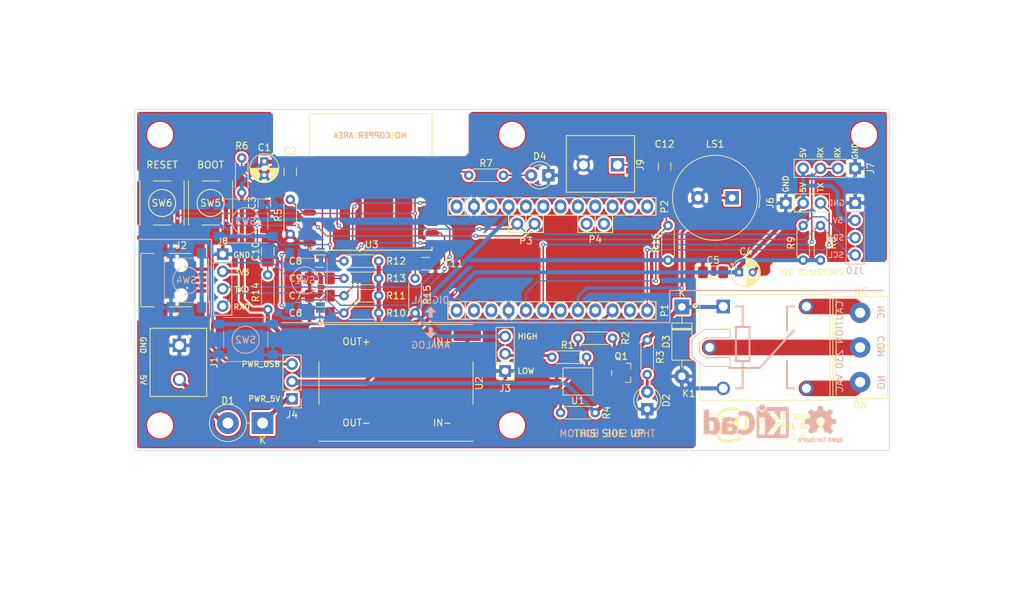
<source format=kicad_pcb>
(kicad_pcb (version 20171130) (host pcbnew "(5.1.6)-1")
  (title_block (title "Roller Shutter Control Board") (date 2020-10-05) (rev 1.0) (company "Michele La Malva Moreno") (comment 1 https://github.com/Mickyleitor/DomoticShutter) (comment 2 "Released under CERN Open Hardware Licence v2"))
  (layers (0 F.Cu signal) (31 B.Cu signal) (34 B.Paste user hide) (35 F.Paste user hide) (36 B.SilkS user hide) (37 F.SilkS user hide) (38 B.Mask user hide) (39 F.Mask user hide) (44 Edge.Cuts user))
  (net 0 "")
  (net 1 +3V3)
  (net 2 GND)
  (net 3 "Net-(C3-Pad1)")
  (net 4 +5V)
  (net 5 U1_GPIO4)
  (net 6 U1_GPIO5)
  (net 7 U1_GPIO12)
  (net 8 U1_GPIO13)
  (net 9 U1_GPIO0)
  (net 10 U1_RST)
  (net 11 U2_GPIO2)
  (net 12 "Net-(D1-Pad1)")
  (net 13 "Net-(D1-Pad2)")
  (net 14 "Net-(D2-Pad2)")
  (net 15 "Net-(D3-Pad1)")
  (net 16 "Net-(D4-Pad2)")
  (net 17 "Net-(J2-Pad2)")
  (net 18 "Net-(J2-Pad3)")
  (net 19 "Net-(J2-Pad4)")
  (net 20 "Net-(J2-Pad6)")
  (net 21 "Net-(J3-Pad2)")
  (net 22 "Net-(J5-Pad1)")
  (net 23 "Net-(J5-Pad2)")
  (net 24 "Net-(J5-Pad3)")
  (net 25 DATA_Tx)
  (net 26 DATA_Rx)
  (net 27 U1_TXD)
  (net 28 U1_RXD)
  (net 29 I2C_SCL)
  (net 30 I2C_SDA)
  (net 31 U2_GPIO5)
  (net 32 "Net-(Q1-Pad1)")
  (net 33 "Net-(R1-Pad2)")
  (net 34 "Net-(R2-Pad2)")
  (net 35 "Net-(R5-Pad2)")
  (net 36 "Net-(R7-Pad2)")
  (net 37 U2_GPIO7)
  (net 38 "Net-(U3-Pad16)")
  (net 39 "Net-(U3-PadPAD)")
  (net 40 /PWR_USB)
  (net 41 "Net-(U4-Pad28)")
  (net 42 "Net-(U4-Pad27)")
  (net 43 "Net-(U4-Pad22)")
  (net 44 "Net-(U4-Pad15)")
  (net 45 "Net-(U4-Pad14)")
  (net 46 "Net-(U4-Pad17)")
  (net 47 "Net-(U4-Pad18)")
  (net 48 "Net-(U4-Pad24)")
  (net 49 "Net-(U4-Pad19)")
  (net 50 "Net-(U4-Pad20)")
  (net 51 "Net-(U4-Pad13)")
  (net 52 "Net-(U4-Pad16)")
  (net 53 U2_TXD)
  (net 54 U2_RXD)
  (net 55 "Net-(U4-Pad3)")
  (net 56 "Net-(U4-Pad7)")
  (net 57 "Net-(U4-Pad9)")
  (net 58 "Net-(U4-Pad11)")
  (module Custom_libraries:Carcasa (layer B.Cu) (at 151.24 99.58)
    (fp_text reference Carcasa hide)
    (fp_text value Carcasa hide)
  )
  (module Project_libraries:MickySim_Logo_6mm (layer F.Cu) (at 183.252 120.792)
    (fp_text reference G*** hide)
    (fp_text value LOGO hide)
  )
  (module Symbol:OSHW-Logo2_7.3x6mm_SilkScreen (layer B.Cu) (at 196.46 120.792 180)
    (fp_text reference REF** hide)
    (fp_text value OSHW-Logo2_7.3x6mm_SilkScreen hide)
  )
  (module Symbol:KiCad-Logo_5mm_SilkScreen (layer B.Cu) (at 185.538 120.792 180)
    (fp_text reference REF** hide)
    (fp_text value KiCad-Logo_5mm_SilkScreen hide)
  )
  (module MountingHole:MountingHole_3.2mm_M3 (layer F.Cu) (at 99.64 120.88)
    (fp_text reference REF** hide)
    (fp_text value MountingHole_3.2mm_M3)
    (pad 1 np_thru_hole circle (at 0 0) (size 3.2 3.2) (drill 3.2) (layers *.Cu *.Mask))
  )
  (module Project_libraries:RELAY_SRD-05VDC-SL-C (layer F.Cu) (at 188.556 109.45)
    (fp_text reference K1 (at -11.4 6.77) (layer F.SilkS) (effects (font (size 1.000094 1.000094))))
    (fp_text value SRD-05VDC-SL-C)
    (pad NC thru_hole circle (at 5.846 -6) (size 1.98 1.98) (drill 1.32) (layers *.Cu *.Mask) (net 24 "Net-(J5-Pad3)"))
    (pad NO thru_hole circle (at 5.846 6) (size 1.98 1.98) (drill 1.32) (layers *.Cu *.Mask) (net 22 "Net-(J5-Pad1)"))
    (pad A2 thru_hole circle (at -6.354 6) (size 1.98 1.98) (drill 1.32) (layers *.Cu *.Mask) (net 2 GND))
    (pad COM thru_hole circle (at -8.354 0) (size 1.935 1.935) (drill 1.29) (layers *.Cu *.Mask) (net 23 "Net-(J5-Pad2)"))
    (pad A1 thru_hole rect (at -6.354 -6) (size 1.98 1.98) (drill 1.32) (layers *.Cu *.Mask) (net 15 "Net-(D3-Pad1)"))
  )
  (module Resistor_THT:R_Axial_DIN0204_L3.6mm_D1.6mm_P5.08mm_Horizontal (layer F.Cu) (at 149.978 84.216 180)
    (fp_text reference R7 (at 2.54 1.778) (layer F.SilkS))
    (fp_text value 15k)
    (pad 1 thru_hole circle (at 0 0 180) (size 1.4 1.4) (drill 0.7) (layers *.Cu *.Mask) (net 16 "Net-(D4-Pad2)"))
    (pad 2 thru_hole oval (at 5.08 0 180) (size 1.4 1.4) (drill 0.7) (layers *.Cu *.Mask) (net 36 "Net-(R7-Pad2)"))
  )
  (module Capacitor_SMD:C_1206_3216Metric_Pad1.42x1.75mm_HandSolder (layer F.Cu) (at 173.6 82.946 270)
    (fp_text reference C12 (at -3.302 0 180) (layer F.SilkS))
    (fp_text value 1uF)
    (pad 2 smd roundrect (at 1.4875 0 270) (size 1.425 1.75) (layers F.Cu F.Paste F.Mask) (roundrect_rratio 0.175439) (net 11 U2_GPIO2))
    (pad 1 smd roundrect (at -1.4875 0 270) (size 1.425 1.75) (layers F.Cu F.Paste F.Mask) (roundrect_rratio 0.175439) (net 2 GND))
  )
  (module Connector_PinHeader_2.54mm:PinHeader_1x03_P2.54mm_Vertical (layer F.Cu) (at 150.232 112.918 180)
    (fp_text reference J3 (at 0 -2.54) (layer F.SilkS))
    (fp_text value "TRIGGER SEL")
    (pad 3 thru_hole oval (at 0 5.08 180) (size 1.7 1.7) (drill 1) (layers *.Cu *.Mask) (net 1 +3V3))
    (pad 2 thru_hole oval (at 0 2.54 180) (size 1.7 1.7) (drill 1) (layers *.Cu *.Mask) (net 21 "Net-(J3-Pad2)"))
    (pad 1 thru_hole rect (at 0 0 180) (size 1.7 1.7) (drill 1) (layers *.Cu *.Mask) (net 2 GND))
  )
  (module Resistor_THT:R_Axial_DIN0204_L3.6mm_D1.6mm_P5.08mm_Horizontal (layer F.Cu) (at 165.98 108.092 180)
    (fp_text reference R2 (at -1.905 0 270) (layer F.SilkS))
    (fp_text value 1k)
    (pad 1 thru_hole circle (at 0 0 180) (size 1.4 1.4) (drill 0.7) (layers *.Cu *.Mask) (net 32 "Net-(Q1-Pad1)"))
    (pad 2 thru_hole oval (at 5.08 0 180) (size 1.4 1.4) (drill 0.7) (layers *.Cu *.Mask) (net 34 "Net-(R2-Pad2)"))
  )
  (module Project_libraries:PS2705-1-F3 (layer F.Cu) (at 160.9 114.442 90)
    (fp_text reference U1 (at -2.794 0) (layer F.SilkS))
    (fp_text value PS2705-1)
    (pad 2 smd rect (at 1.27 3.125 90) (size 0.8 1.45) (layers F.Cu F.Paste F.Mask) (net 37 U2_GPIO7))
    (pad 3 smd rect (at 1.27 -3.125 90) (size 0.8 1.45) (layers F.Cu F.Paste F.Mask) (net 2 GND))
    (pad 1 smd rect (at -1.27 3.125 90) (size 0.8 1.45) (layers F.Cu F.Paste F.Mask) (net 33 "Net-(R1-Pad2)"))
    (pad 4 smd rect (at -1.27 -3.125 90) (size 0.8 1.45) (layers F.Cu F.Paste F.Mask) (net 34 "Net-(R2-Pad2)"))
  )
  (module Resistor_THT:R_Axial_DIN0204_L3.6mm_D1.6mm_P5.08mm_Horizontal (layer F.Cu) (at 158.36 119.014)
    (fp_text reference R4 (at 6.731 0 90) (layer F.SilkS))
    (fp_text value 10k)
    (pad 2 thru_hole oval (at 5.08 0) (size 1.4 1.4) (drill 0.7) (layers *.Cu *.Mask) (net 4 +5V))
    (pad 1 thru_hole circle (at 0 0) (size 1.4 1.4) (drill 0.7) (layers *.Cu *.Mask) (net 34 "Net-(R2-Pad2)"))
  )
  (module Resistor_THT:R_Axial_DIN0204_L3.6mm_D1.6mm_P5.08mm_Horizontal (layer F.Cu) (at 157.09 110.886)
    (fp_text reference R1 (at 2.286 -1.778) (layer F.SilkS))
    (fp_text value 2.2k)
    (pad 2 thru_hole oval (at 5.08 0) (size 1.4 1.4) (drill 0.7) (layers *.Cu *.Mask) (net 33 "Net-(R1-Pad2)"))
    (pad 1 thru_hole circle (at 0 0) (size 1.4 1.4) (drill 0.7) (layers *.Cu *.Mask) (net 21 "Net-(J3-Pad2)"))
  )
  (module Resistor_THT:R_Axial_DIN0204_L3.6mm_D1.6mm_P5.08mm_Horizontal (layer F.Cu) (at 171.06 113.426 90)
    (fp_text reference R3 (at 2.54 1.905 90) (layer F.SilkS))
    (fp_text value 1k)
    (pad 1 thru_hole circle (at 0 0 90) (size 1.4 1.4) (drill 0.7) (layers *.Cu *.Mask) (net 14 "Net-(D2-Pad2)"))
    (pad 2 thru_hole oval (at 5.08 0 90) (size 1.4 1.4) (drill 0.7) (layers *.Cu *.Mask) (net 15 "Net-(D3-Pad1)"))
  )
  (module Project_libraries:SOT-23_S8550 (layer F.Cu) (at 167.25 113.172 270)
    (fp_text reference Q1 (at -2.413 0) (layer F.SilkS))
    (fp_text value S8550)
    (pad 1 smd rect (at -0.95 1 270) (size 0.8 0.9) (layers F.Cu F.Paste F.Mask) (net 32 "Net-(Q1-Pad1)"))
    (pad 3 smd rect (at 0 -1 270) (size 0.8 0.9) (layers F.Cu F.Paste F.Mask) (net 15 "Net-(D3-Pad1)"))
    (pad 2 smd rect (at 0.95 1 270) (size 0.8 0.9) (layers F.Cu F.Paste F.Mask) (net 4 +5V))
  )
  (module LED_THT:LED_D3.0mm (layer F.Cu) (at 171.06 118.506 90)
    (fp_text reference D2 (at 1.27 2.794 90) (layer F.SilkS))
    (fp_text value LED)
    (pad 1 thru_hole rect (at 0 0 90) (size 1.8 1.8) (drill 0.9) (layers *.Cu *.Mask) (net 2 GND))
    (pad 2 thru_hole circle (at 2.54 0 90) (size 1.8 1.8) (drill 0.9) (layers *.Cu *.Mask) (net 14 "Net-(D2-Pad2)"))
  )
  (module Project_libraries:DCDC_3v3_PowerModule (layer F.Cu) (at 134.23 114.696)
    (fp_text reference U2 (at 12.192 0 270) (layer F.SilkS))
    (fp_text value "3v3 DCDC Converter Power Module")
    (fp_text user OUT- (at -5.8 5.8) (layer F.SilkS))
    (fp_text user OUT+ (at -5.8 -6.1) (layer F.SilkS))
    (fp_text user IN- (at 6.8 5.8) (layer F.SilkS))
    (fp_text user IN+ (at 6.8 -6.1) (layer F.SilkS))
    (pad 2 smd rect (at 10.44 4.5) (size 4 2) (layers F.Cu F.Paste F.Mask) (net 2 GND))
    (pad 2 smd rect (at 10.44 7.1) (size 4 2) (layers F.Cu F.Paste F.Mask) (net 2 GND))
    (pad 1 smd rect (at 10.44 -4.6) (size 4 2) (layers F.Cu F.Paste F.Mask) (net 4 +5V))
    (pad 1 smd rect (at 10.44 -7.2) (size 4 2) (layers F.Cu F.Paste F.Mask) (net 4 +5V))
    (pad 4 smd rect (at -10.46 7.1) (size 4 2) (layers F.Cu F.Paste F.Mask) (net 2 GND))
    (pad 4 smd rect (at -10.46 4.5) (size 4 2) (layers F.Cu F.Paste F.Mask) (net 2 GND))
    (pad 3 smd rect (at -10.46 -7.2) (size 4 2) (layers F.Cu F.Paste F.Mask) (net 1 +3V3))
    (pad 3 smd rect (at -10.46 -4.6) (size 4 2) (layers F.Cu F.Paste F.Mask) (net 1 +3V3))
  )
  (module Project_libraries:ESP-13-WROOM-02 (layer F.Cu) (at 121.53 82.184)
    (fp_text reference U3 (at 9.144 12.192) (layer F.SilkS))
    (fp_text value ESP-13-WROOM-02)
    (pad 10 smd oval (at 18 12) (size 2 0.9) (layers F.Cu F.Paste F.Mask) (net 5 U1_GPIO4))
    (pad 9 smd oval (at 0 12) (size 2 0.9) (layers F.Cu F.Paste F.Mask) (net 2 GND))
    (pad 1 smd rect (at 0 0) (size 2 0.9) (layers F.Cu F.Paste F.Mask) (net 1 +3V3))
    (pad 2 smd oval (at 0 1.5) (size 2 0.9) (layers F.Cu F.Paste F.Mask) (net 3 "Net-(C3-Pad1)"))
    (pad 3 smd oval (at 0 3) (size 2 0.9) (layers F.Cu F.Paste F.Mask) (net 29 I2C_SCL))
    (pad 4 smd oval (at 0 4.5) (size 2 0.9) (layers F.Cu F.Paste F.Mask) (net 7 U1_GPIO12))
    (pad 5 smd oval (at 0 6) (size 2 0.9) (layers F.Cu F.Paste F.Mask) (net 8 U1_GPIO13))
    (pad 6 smd oval (at 0 7.5) (size 2 0.9) (layers F.Cu F.Paste F.Mask) (net 35 "Net-(R5-Pad2)"))
    (pad 7 smd oval (at 0 9) (size 2 0.9) (layers F.Cu F.Paste F.Mask) (net 30 I2C_SDA))
    (pad 8 smd oval (at 0 10.5) (size 2 0.9) (layers F.Cu F.Paste F.Mask) (net 9 U1_GPIO0))
    (pad 11 smd oval (at 18 10.5) (size 2 0.9) (layers F.Cu F.Paste F.Mask) (net 28 U1_RXD))
    (pad 12 smd oval (at 18 9) (size 2 0.9) (layers F.Cu F.Paste F.Mask) (net 27 U1_TXD))
    (pad 13 smd oval (at 18 7.5) (size 2 0.9) (layers F.Cu F.Paste F.Mask) (net 2 GND))
    (pad 14 smd oval (at 18 6) (size 2 0.9) (layers F.Cu F.Paste F.Mask) (net 6 U1_GPIO5))
    (pad 15 smd oval (at 18 4.5) (size 2 0.9) (layers F.Cu F.Paste F.Mask) (net 10 U1_RST))
    (pad 16 smd oval (at 18 3) (size 2 0.9) (layers F.Cu F.Paste F.Mask) (net 38 "Net-(U3-Pad16)"))
    (pad 17 smd oval (at 18 1.5) (size 2 0.9) (layers F.Cu F.Paste F.Mask) (net 36 "Net-(R7-Pad2)"))
    (pad 18 smd oval (at 18 0) (size 2 0.9) (layers F.Cu F.Paste F.Mask) (net 2 GND))
    (pad PAD smd rect (at 10.12 6.58) (size 4.3 4.3) (layers F.Cu F.Paste F.Mask) (net 39 "Net-(U3-PadPAD)"))
  )
  (module Project_libraries:Socket_Strip_Arduino_MiniPro (layer F.Cu) (at 143.12 104.028)
    (fp_text reference U4 hide)
    (fp_text value "Shield Arduino Pro Mini 3v3" hide)
    (fp_text user P4 (at 20.32 -10.414) (layer F.SilkS))
    (fp_text user P3 (at 10.16 -10.2) (layer F.SilkS))
    (fp_text user P2 (at 30.48 -15.2 90) (layer F.SilkS))
    (fp_text user P1 (at 30.48 0 270) (layer F.SilkS))
    (pad 28 thru_hole circle (at 19.05 -12.7) (size 1.778 1.778) (drill 1.016) (layers *.Cu *.Mask) (net 41 "Net-(U4-Pad28)"))
    (pad 27 thru_hole circle (at 21.59 -12.7) (size 1.778 1.778) (drill 1.016) (layers *.Cu *.Mask) (net 42 "Net-(U4-Pad27)"))
    (pad 26 thru_hole circle (at 8.89 -12.7) (size 1.778 1.778) (drill 1.016) (layers *.Cu *.Mask) (net 29 I2C_SCL))
    (pad 25 thru_hole circle (at 11.43 -12.7) (size 1.778 1.778) (drill 1.016) (layers *.Cu *.Mask) (net 30 I2C_SDA))
    (pad 22 thru_hole oval (at 5.08 -15.24) (size 1.7272 2.032) (drill 1.016) (layers *.Cu *.Mask) (net 43 "Net-(U4-Pad22)"))
    (pad 15 thru_hole oval (at 22.86 -15.24) (size 1.7272 2.032) (drill 1.016) (layers *.Cu *.Mask) (net 44 "Net-(U4-Pad15)"))
    (pad 14 thru_hole oval (at 25.4 -15.24) (size 1.7272 2.032) (drill 1.016) (layers *.Cu *.Mask) (net 45 "Net-(U4-Pad14)"))
    (pad 17 thru_hole oval (at 17.78 -15.24) (size 1.7272 2.032) (drill 1.016) (layers *.Cu *.Mask) (net 46 "Net-(U4-Pad17)"))
    (pad 18 thru_hole oval (at 15.24 -15.24) (size 1.7272 2.032) (drill 1.016) (layers *.Cu *.Mask) (net 47 "Net-(U4-Pad18)"))
    (pad 24 thru_hole oval (at 0 -15.24) (size 1.7272 2.032) (drill 1.016) (layers *.Cu *.Mask) (net 48 "Net-(U4-Pad24)"))
    (pad 19 thru_hole oval (at 12.7 -15.24) (size 1.7272 2.032) (drill 1.016) (layers *.Cu *.Mask) (net 49 "Net-(U4-Pad19)"))
    (pad 23 thru_hole oval (at 2.54 -15.24) (size 1.7272 2.032) (drill 1.016) (layers *.Cu *.Mask) (net 2 GND))
    (pad 20 thru_hole oval (at 10.16 -15.24) (size 1.7272 2.032) (drill 1.016) (layers *.Cu *.Mask) (net 50 "Net-(U4-Pad20)"))
    (pad 13 thru_hole oval (at 27.94 -15.24) (size 1.7272 2.032) (drill 1.016) (layers *.Cu *.Mask) (net 51 "Net-(U4-Pad13)"))
    (pad 16 thru_hole oval (at 20.32 -15.24) (size 1.7272 2.032) (drill 1.016) (layers *.Cu *.Mask) (net 52 "Net-(U4-Pad16)"))
    (pad 21 thru_hole oval (at 7.62 -15.24) (size 1.7272 2.032) (drill 1.016) (layers *.Cu *.Mask) (net 1 +3V3))
    (pad 1 thru_hole oval (at 0 0) (size 1.7272 2.032) (drill 1.016) (layers *.Cu *.Mask) (net 53 U2_TXD))
    (pad 2 thru_hole oval (at 2.54 0) (size 1.7272 2.032) (drill 1.016) (layers *.Cu *.Mask) (net 54 U2_RXD))
    (pad 3 thru_hole oval (at 5.08 0) (size 1.7272 2.032) (drill 1.016) (layers *.Cu *.Mask) (net 55 "Net-(U4-Pad3)"))
    (pad 4 thru_hole oval (at 7.62 0) (size 1.7272 2.032) (drill 1.016) (layers *.Cu *.Mask) (net 2 GND))
    (pad 5 thru_hole oval (at 10.16 0) (size 1.7272 2.032) (drill 1.016) (layers *.Cu *.Mask) (net 11 U2_GPIO2))
    (pad 6 thru_hole oval (at 12.7 0) (size 1.7272 2.032) (drill 1.016) (layers *.Cu *.Mask) (net 26 DATA_Rx))
    (pad 7 thru_hole oval (at 15.24 0) (size 1.7272 2.032) (drill 1.016) (layers *.Cu *.Mask) (net 56 "Net-(U4-Pad7)"))
    (pad 8 thru_hole oval (at 17.78 0) (size 1.7272 2.032) (drill 1.016) (layers *.Cu *.Mask) (net 31 U2_GPIO5))
    (pad 9 thru_hole oval (at 20.32 0) (size 1.7272 2.032) (drill 1.016) (layers *.Cu *.Mask) (net 57 "Net-(U4-Pad9)"))
    (pad 10 thru_hole oval (at 22.86 0) (size 1.7272 2.032) (drill 1.016) (layers *.Cu *.Mask) (net 37 U2_GPIO7))
    (pad 11 thru_hole oval (at 25.4 0) (size 1.7272 2.032) (drill 1.016) (layers *.Cu *.Mask) (net 58 "Net-(U4-Pad11)"))
    (pad 12 thru_hole oval (at 27.94 0) (size 1.7272 2.032) (drill 1.016) (layers *.Cu *.Mask) (net 25 DATA_Tx))
  )
  (module Capacitor_SMD:C_1206_3216Metric_Pad1.42x1.75mm_HandSolder (layer F.Cu) (at 115.434 95.392 270)
    (fp_text reference C10 (at 0 1.778 90) (layer F.SilkS))
    (fp_text value 0.1uF)
    (pad 2 smd roundrect (at 1.4875 0 270) (size 1.425 1.75) (layers F.Cu F.Paste F.Mask) (roundrect_rratio 0.175439) (net 9 U1_GPIO0))
    (pad 1 smd roundrect (at -1.4875 0 270) (size 1.425 1.75) (layers F.Cu F.Paste F.Mask) (roundrect_rratio 0.175439) (net 2 GND))
  )
  (module Resistor_THT:R_Axial_DIN0204_L3.6mm_D1.6mm_P5.08mm_Horizontal (layer F.Cu) (at 196.46 96.662 90)
    (fp_text reference R8 (at 2.54 1.778 90) (layer F.SilkS))
    (fp_text value 8.2k)
    (pad 2 thru_hole oval (at 5.08 0 90) (size 1.4 1.4) (drill 0.7) (layers *.Cu *.Mask) (net 29 I2C_SCL))
    (pad 1 thru_hole circle (at 0 0 90) (size 1.4 1.4) (drill 0.7) (layers *.Cu *.Mask) (net 1 +3V3))
  )
  (module Resistor_THT:R_Axial_DIN0204_L3.6mm_D1.6mm_P5.08mm_Horizontal (layer F.Cu) (at 174.108 91.582 270)
    (fp_text reference R16 (at 2.54 1.778 90) (layer F.SilkS))
    (fp_text value 15k)
    (pad 2 thru_hole oval (at 5.08 0 270) (size 1.4 1.4) (drill 0.7) (layers *.Cu *.Mask) (net 1 +3V3))
    (pad 1 thru_hole circle (at 0 0 270) (size 1.4 1.4) (drill 0.7) (layers *.Cu *.Mask) (net 11 U2_GPIO2))
  )
  (module Resistor_THT:R_Axial_DIN0204_L3.6mm_D1.6mm_P5.08mm_Horizontal (layer F.Cu) (at 193.92 96.662 90)
    (fp_text reference R9 (at 2.54 -1.778 90) (layer F.SilkS))
    (fp_text value 8.2k)
    (pad 1 thru_hole circle (at 0 0 90) (size 1.4 1.4) (drill 0.7) (layers *.Cu *.Mask) (net 1 +3V3))
    (pad 2 thru_hole oval (at 5.08 0 90) (size 1.4 1.4) (drill 0.7) (layers *.Cu *.Mask) (net 30 I2C_SDA))
  )
  (module Connector_PinSocket_2.54mm:PinSocket_1x03_P2.54mm_Vertical (layer F.Cu) (at 191.38 88.28 90)
    (fp_text reference J6 (at 0 -2.286 90) (layer F.SilkS))
    (fp_text value "RF TX")
    (pad 1 thru_hole rect (at 0 0 90) (size 1.7 1.7) (drill 1) (layers *.Cu *.Mask) (net 2 GND))
    (pad 2 thru_hole oval (at 0 2.54 90) (size 1.7 1.7) (drill 1) (layers *.Cu *.Mask) (net 4 +5V))
    (pad 3 thru_hole oval (at 0 5.08 90) (size 1.7 1.7) (drill 1) (layers *.Cu *.Mask) (net 25 DATA_Tx))
  )
  (module Capacitor_SMD:C_1206_3216Metric_Pad1.42x1.75mm_HandSolder (layer F.Cu) (at 180.712 98.44 180)
    (fp_text reference C5 (at 0 1.778) (layer F.SilkS))
    (fp_text value 0.1uF)
    (pad 1 smd roundrect (at -1.4875 0 180) (size 1.425 1.75) (layers F.Cu F.Paste F.Mask) (roundrect_rratio 0.175439) (net 4 +5V))
    (pad 2 smd roundrect (at 1.4875 0 180) (size 1.425 1.75) (layers F.Cu F.Paste F.Mask) (roundrect_rratio 0.175439) (net 2 GND))
  )
  (module Resistor_THT:R_Axial_DIN0204_L3.6mm_D1.6mm_P5.08mm_Horizontal (layer F.Cu) (at 111.624 86.756 90)
    (fp_text reference R6 (at 6.858 0 180) (layer F.SilkS))
    (fp_text value 10k)
    (pad 2 thru_hole oval (at 5.08 0 90) (size 1.4 1.4) (drill 0.7) (layers *.Cu *.Mask) (net 3 "Net-(C3-Pad1)"))
    (pad 1 thru_hole circle (at 0 0 90) (size 1.4 1.4) (drill 0.7) (layers *.Cu *.Mask) (net 1 +3V3))
  )
  (module Project_libraries:ScrewTerminal_01X03_5mm (layer F.Cu) (at 202.272 109.45 180)
    (fp_text reference J5 (at -3.0526 0 270) (layer F.SilkS))
    (fp_text value Screw_Terminal_01x03)
    (pad 3 thru_hole circle (at 0 5.08 180) (size 3 3) (drill 1.5) (layers *.Cu *.Mask) (net 24 "Net-(J5-Pad3)"))
    (pad 2 thru_hole circle (at 0 0 180) (size 3 3) (drill 1.5) (layers *.Cu *.Mask) (net 23 "Net-(J5-Pad2)"))
    (pad 1 thru_hole circle (at 0 -5.08 180) (size 3 3) (drill 1.5) (layers *.Cu *.Mask) (net 22 "Net-(J5-Pad1)"))
  )
  (module Connector_PinSocket_2.54mm:PinSocket_1x04_P2.54mm_Vertical (layer F.Cu) (at 201.54 83.2 270)
    (fp_text reference J7 (at 0 -2.286 90) (layer F.SilkS))
    (fp_text value "RF RX")
    (pad 1 thru_hole rect (at 0 0 270) (size 1.7 1.7) (drill 1) (layers *.Cu *.Mask) (net 2 GND))
    (pad 2 thru_hole oval (at 0 2.54 270) (size 1.7 1.7) (drill 1) (layers *.Cu *.Mask) (net 26 DATA_Rx))
    (pad 3 thru_hole oval (at 0 5.08 270) (size 1.7 1.7) (drill 1) (layers *.Cu *.Mask) (net 26 DATA_Rx))
    (pad 4 thru_hole oval (at 0 7.62 270) (size 1.7 1.7) (drill 1) (layers *.Cu *.Mask) (net 4 +5V))
  )
  (module Project_libraries:PHOENIX_1935161 (layer F.Cu) (at 164.202 82.692 180)
    (fp_text reference J9 (at -5.842 0 90) (layer F.SilkS))
    (fp_text value LAMP)
    (pad 2 thru_hole circle (at 2.5 0 180) (size 1.95 1.95) (drill 1.3) (layers *.Cu *.Mask) (net 2 GND))
    (pad 1 thru_hole rect (at -2.5 0 180) (size 1.95 1.95) (drill 1.3) (layers *.Cu *.Mask) (net 11 U2_GPIO2))
  )
  (module Project_libraries:SW_Push_1P1T_NO_6x6mm_H5mm (layer F.Cu) (at 99.94 88.28 90)
    (fp_text reference SW6 (at 0 0 180) (layer F.SilkS))
    (fp_text value RESET)
    (pad 2 smd rect (at 3.975 2.25 90) (size 1.55 1.3) (layers F.Cu F.Paste F.Mask) (net 10 U1_RST))
    (pad 1 smd rect (at 3.975 -2.25 90) (size 1.55 1.3) (layers F.Cu F.Paste F.Mask) (net 2 GND))
    (pad 1 smd rect (at -3.975 -2.25 90) (size 1.55 1.3) (layers F.Cu F.Paste F.Mask) (net 2 GND))
    (pad 2 smd rect (at -3.975 2.25 90) (size 1.55 1.3) (layers F.Cu F.Paste F.Mask) (net 10 U1_RST))
  )
  (module Project_libraries:SW_Push_1P1T_NO_6x6mm_H5mm (layer F.Cu) (at 107.052 88.28 90)
    (fp_text reference SW5 (at 0 0 180) (layer F.SilkS))
    (fp_text value BOOT)
    (pad 2 smd rect (at -3.975 2.25 90) (size 1.55 1.3) (layers F.Cu F.Paste F.Mask) (net 9 U1_GPIO0))
    (pad 1 smd rect (at -3.975 -2.25 90) (size 1.55 1.3) (layers F.Cu F.Paste F.Mask) (net 2 GND))
    (pad 1 smd rect (at 3.975 -2.25 90) (size 1.55 1.3) (layers F.Cu F.Paste F.Mask) (net 2 GND))
    (pad 2 smd rect (at 3.975 2.25 90) (size 1.55 1.3) (layers F.Cu F.Paste F.Mask) (net 9 U1_GPIO0))
  )
  (module Project_libraries:SW_Push_1P1T_NO_6x6mm_H5mm (layer B.Cu) (at 103.5 99.6 270)
    (fp_text reference SW4 (at 0 0.004 180) (layer B.SilkS) (effects (justify mirror)))
    (fp_text value SW_Push)
    (pad 2 smd rect (at 3.975 -2.25 270) (size 1.55 1.3) (layers B.Cu B.Paste B.Mask) (net 8 U1_GPIO13))
    (pad 1 smd rect (at 3.975 2.25 270) (size 1.55 1.3) (layers B.Cu B.Paste B.Mask) (net 2 GND))
    (pad 1 smd rect (at -3.975 2.25 270) (size 1.55 1.3) (layers B.Cu B.Paste B.Mask) (net 2 GND))
    (pad 2 smd rect (at -3.975 -2.25 270) (size 1.55 1.3) (layers B.Cu B.Paste B.Mask) (net 8 U1_GPIO13))
  )
  (module Project_libraries:SW_Push_1P1T_NO_6x6mm_H5mm (layer B.Cu) (at 112.2 90.9 180)
    (fp_text reference SW3 (at 0.0112 -0.03) (layer B.SilkS) (effects (justify mirror)))
    (fp_text value SW_Push)
    (pad 2 smd rect (at 3.975 -2.25 180) (size 1.55 1.3) (layers B.Cu B.Paste B.Mask) (net 7 U1_GPIO12))
    (pad 1 smd rect (at 3.975 2.25 180) (size 1.55 1.3) (layers B.Cu B.Paste B.Mask) (net 2 GND))
    (pad 1 smd rect (at -3.975 2.25 180) (size 1.55 1.3) (layers B.Cu B.Paste B.Mask) (net 2 GND))
    (pad 2 smd rect (at -3.975 -2.25 180) (size 1.55 1.3) (layers B.Cu B.Paste B.Mask) (net 7 U1_GPIO12))
  )
  (module Project_libraries:SW_Push_1P1T_NO_6x6mm_H5mm (layer B.Cu) (at 112.2 108.3)
    (fp_text reference SW2 (at -0.0112 0.03) (layer B.SilkS) (effects (justify mirror)))
    (fp_text value SW_Push)
    (pad 2 smd rect (at 3.975 -2.25) (size 1.55 1.3) (layers B.Cu B.Paste B.Mask) (net 6 U1_GPIO5))
    (pad 1 smd rect (at 3.975 2.25) (size 1.55 1.3) (layers B.Cu B.Paste B.Mask) (net 2 GND))
    (pad 1 smd rect (at -3.975 2.25) (size 1.55 1.3) (layers B.Cu B.Paste B.Mask) (net 2 GND))
    (pad 2 smd rect (at -3.975 -2.25) (size 1.55 1.3) (layers B.Cu B.Paste B.Mask) (net 6 U1_GPIO5))
  )
  (module Project_libraries:SW_Push_1P1T_NO_6x6mm_H5mm (layer B.Cu) (at 120.89246 99.62618 90)
    (fp_text reference SW1 (at -0.00382 -0.00366 180) (layer B.SilkS) (effects (justify mirror)))
    (fp_text value SW_Push)
    (pad 2 smd rect (at 3.975 -2.25 90) (size 1.55 1.3) (layers B.Cu B.Paste B.Mask) (net 5 U1_GPIO4))
    (pad 1 smd rect (at 3.975 2.25 90) (size 1.55 1.3) (layers B.Cu B.Paste B.Mask) (net 2 GND))
    (pad 1 smd rect (at -3.975 2.25 90) (size 1.55 1.3) (layers B.Cu B.Paste B.Mask) (net 2 GND))
    (pad 2 smd rect (at -3.975 -2.25 90) (size 1.55 1.3) (layers B.Cu B.Paste B.Mask) (net 5 U1_GPIO4))
  )
  (module MountingHole:MountingHole_3.2mm_M3 (layer F.Cu) (at 202.84 120.88)
    (fp_text reference REF** hide)
    (fp_text value MountingHole_3.2mm_M3)
    (pad 1 np_thru_hole circle (at 0 0) (size 3.2 3.2) (drill 3.2) (layers *.Cu *.Mask))
  )
  (module MountingHole:MountingHole_3.2mm_M3 (layer F.Cu) (at 151.24 120.88)
    (fp_text reference REF** hide)
    (fp_text value MountingHole_3.2mm_M3)
    (pad 1 np_thru_hole circle (at 0 0) (size 3.2 3.2) (drill 3.2) (layers *.Cu *.Mask))
  )
  (module MountingHole:MountingHole_3.2mm_M3 (layer F.Cu) (at 202.84 78.28)
    (fp_text reference REF** hide)
    (fp_text value MountingHole_3.2mm_M3)
    (pad 1 np_thru_hole circle (at 0 0) (size 3.2 3.2) (drill 3.2) (layers *.Cu *.Mask))
  )
  (module MountingHole:MountingHole_3.2mm_M3 (layer F.Cu) (at 151.24 78.28)
    (fp_text reference REF** hide)
    (fp_text value MountingHole_3.2mm_M3)
    (pad 1 np_thru_hole circle (at 0 0) (size 3.2 3.2) (drill 3.2) (layers *.Cu *.Mask))
  )
  (module MountingHole:MountingHole_3.2mm_M3 (layer F.Cu) (at 99.64 78.28)
    (fp_text reference REF** hide)
    (fp_text value MountingHole_3.2mm_M3)
    (pad 1 np_thru_hole circle (at 0 0) (size 3.2 3.2) (drill 3.2) (layers *.Cu *.Mask))
  )
  (module Project_libraries:PHOENIX_1935161 (layer F.Cu) (at 102.48 111.648 270)
    (fp_text reference J1 (at 0 -5.08 90) (layer F.SilkS))
    (fp_text value "PWR 5V")
    (pad 2 thru_hole circle (at 2.5 0 270) (size 1.95 1.95) (drill 1.3) (layers *.Cu *.Mask) (net 13 "Net-(D1-Pad2)"))
    (pad 1 thru_hole rect (at -2.5 0 270) (size 1.95 1.95) (drill 1.3) (layers *.Cu *.Mask) (net 2 GND))
  )
  (module Diode_THT:D_DO-201AD_P5.08mm_Vertical_KathodeUp (layer F.Cu) (at 114.672 120.538 180)
    (fp_text reference D1 (at 5.08 3.302) (layer F.SilkS))
    (fp_text value 1N5822)
    (fp_text user K (at 0 -2.54 180) (layer F.SilkS))
    (pad 2 thru_hole oval (at 5.08 0 180) (size 3.2 3.2) (drill 1.6) (layers *.Cu *.Mask) (net 13 "Net-(D1-Pad2)"))
    (pad 1 thru_hole rect (at 0 0 180) (size 3.2 3.2) (drill 1.6) (layers *.Cu *.Mask) (net 12 "Net-(D1-Pad1)"))
  )
  (module Capacitor_THT:CP_Radial_D4.0mm_P2.00mm (layer F.Cu) (at 114.926 82.184 270)
    (fp_text reference C1 (at -2.032 0 180) (layer F.SilkS))
    (fp_text value 10uF)
    (pad 1 thru_hole rect (at 0 0 270) (size 1.2 1.2) (drill 0.6) (layers *.Cu *.Mask) (net 1 +3V3))
    (pad 2 thru_hole circle (at 2 0 270) (size 1.2 1.2) (drill 0.6) (layers *.Cu *.Mask) (net 2 GND))
  )
  (module Capacitor_SMD:C_1206_3216Metric_Pad1.42x1.75mm_HandSolder (layer F.Cu) (at 118.736 83.708 270)
    (fp_text reference C2 (at -3.048 0 180) (layer F.SilkS))
    (fp_text value 0.1uF)
    (pad 1 smd roundrect (at -1.4875 0 270) (size 1.425 1.75) (layers F.Cu F.Paste F.Mask) (roundrect_rratio 0.175439) (net 1 +3V3))
    (pad 2 smd roundrect (at 1.4875 0 270) (size 1.425 1.75) (layers F.Cu F.Paste F.Mask) (roundrect_rratio 0.175439) (net 2 GND))
  )
  (module Capacitor_SMD:C_1206_3216Metric_Pad1.42x1.75mm_HandSolder (layer F.Cu) (at 114.926 88.28 270)
    (fp_text reference C3 (at 0 1.778 90) (layer F.SilkS))
    (fp_text value 0.1uF)
    (pad 2 smd roundrect (at 1.4875 0 270) (size 1.425 1.75) (layers F.Cu F.Paste F.Mask) (roundrect_rratio 0.175439) (net 2 GND))
    (pad 1 smd roundrect (at -1.4875 0 270) (size 1.425 1.75) (layers F.Cu F.Paste F.Mask) (roundrect_rratio 0.175439) (net 3 "Net-(C3-Pad1)"))
  )
  (module Capacitor_THT:CP_Radial_D4.0mm_P2.00mm (layer F.Cu) (at 184.522 98.44)
    (fp_text reference C4 (at 1.016 -3.048) (layer F.SilkS))
    (fp_text value 47uF)
    (pad 1 thru_hole rect (at 0 0) (size 1.2 1.2) (drill 0.6) (layers *.Cu *.Mask) (net 4 +5V))
    (pad 2 thru_hole circle (at 2 0) (size 1.2 1.2) (drill 0.6) (layers *.Cu *.Mask) (net 2 GND))
  )
  (module Capacitor_SMD:C_1206_3216Metric_Pad1.42x1.75mm_HandSolder (layer F.Cu) (at 123.054 104.409)
    (fp_text reference C6 (at -3.556 0 180) (layer F.SilkS))
    (fp_text value 1uF)
    (pad 2 smd roundrect (at 1.4875 0) (size 1.425 1.75) (layers F.Cu F.Paste F.Mask) (roundrect_rratio 0.175439) (net 5 U1_GPIO4))
    (pad 1 smd roundrect (at -1.4875 0) (size 1.425 1.75) (layers F.Cu F.Paste F.Mask) (roundrect_rratio 0.175439) (net 2 GND))
  )
  (module Capacitor_SMD:C_1206_3216Metric_Pad1.42x1.75mm_HandSolder (layer F.Cu) (at 123.054 101.869)
    (fp_text reference C7 (at -3.556 0 180) (layer F.SilkS))
    (fp_text value 1uF)
    (pad 1 smd roundrect (at -1.4875 0) (size 1.425 1.75) (layers F.Cu F.Paste F.Mask) (roundrect_rratio 0.175439) (net 2 GND))
    (pad 2 smd roundrect (at 1.4875 0) (size 1.425 1.75) (layers F.Cu F.Paste F.Mask) (roundrect_rratio 0.175439) (net 6 U1_GPIO5))
  )
  (module Capacitor_SMD:C_1206_3216Metric_Pad1.42x1.75mm_HandSolder (layer F.Cu) (at 123.054 96.789)
    (fp_text reference C8 (at -3.556 0 180) (layer F.SilkS))
    (fp_text value 1uF)
    (pad 2 smd roundrect (at 1.4875 0) (size 1.425 1.75) (layers F.Cu F.Paste F.Mask) (roundrect_rratio 0.175439) (net 7 U1_GPIO12))
    (pad 1 smd roundrect (at -1.4875 0) (size 1.425 1.75) (layers F.Cu F.Paste F.Mask) (roundrect_rratio 0.175439) (net 2 GND))
  )
  (module Capacitor_SMD:C_1206_3216Metric_Pad1.42x1.75mm_HandSolder (layer F.Cu) (at 123.054 99.329)
    (fp_text reference C9 (at -3.556 0 180) (layer F.SilkS))
    (fp_text value 1uF)
    (pad 1 smd roundrect (at -1.4875 0) (size 1.425 1.75) (layers F.Cu F.Paste F.Mask) (roundrect_rratio 0.175439) (net 2 GND))
    (pad 2 smd roundrect (at 1.4875 0) (size 1.425 1.75) (layers F.Cu F.Paste F.Mask) (roundrect_rratio 0.175439) (net 8 U1_GPIO13))
  )
  (module Capacitor_SMD:C_1206_3216Metric_Pad1.42x1.75mm_HandSolder (layer F.Cu) (at 138.548 97.17 180)
    (fp_text reference C11 (at -4.064 0 180) (layer F.SilkS))
    (fp_text value 0.1uF)
    (pad 1 smd roundrect (at -1.4875 0 180) (size 1.425 1.75) (layers F.Cu F.Paste F.Mask) (roundrect_rratio 0.175439) (net 2 GND))
    (pad 2 smd roundrect (at 1.4875 0 180) (size 1.425 1.75) (layers F.Cu F.Paste F.Mask) (roundrect_rratio 0.175439) (net 10 U1_RST))
  )
  (module Diode_THT:D_DO-41_SOD81_P10.16mm_Horizontal (layer F.Cu) (at 176.14 103.52 270)
    (fp_text reference D3 (at 5.08 2.286 270) (layer F.SilkS))
    (fp_text value 1N4007)
    (fp_text user K (at -2.032 0 180) (layer F.SilkS))
    (pad 1 thru_hole rect (at 0 0 270) (size 2.2 2.2) (drill 1.1) (layers *.Cu *.Mask) (net 15 "Net-(D3-Pad1)"))
    (pad 2 thru_hole oval (at 10.16 0 270) (size 2.2 2.2) (drill 1.1) (layers *.Cu *.Mask) (net 2 GND))
  )
  (module LED_THT:LED_D3.0mm (layer F.Cu) (at 156.582 84.216 180)
    (fp_text reference D4 (at 1.27 2.794 180) (layer F.SilkS))
    (fp_text value LED1)
    (pad 2 thru_hole circle (at 2.54 0 180) (size 1.8 1.8) (drill 0.9) (layers *.Cu *.Mask) (net 16 "Net-(D4-Pad2)"))
    (pad 1 thru_hole rect (at 0 0 180) (size 1.8 1.8) (drill 0.9) (layers *.Cu *.Mask) (net 2 GND))
  )
  (module Connector_USB:USB_Mini-B_Lumberg_2486_01_Horizontal (layer F.Cu) (at 102.734 99.583 270)
    (fp_text reference J2 (at -5.08 0 180) (layer F.SilkS))
    (fp_text value "PWR 5V AUX")
    (pad "" np_thru_hole circle (at 2.2 0 270) (size 1 1) (drill 1) (layers *.Cu *.Mask))
    (pad "" np_thru_hole circle (at -2.2 0 270) (size 1 1) (drill 1) (layers *.Cu *.Mask))
    (pad 6 smd rect (at 4.45 2.85 270) (size 2 1.7) (layers F.Cu F.Paste F.Mask) (net 20 "Net-(J2-Pad6)"))
    (pad 6 smd rect (at 4.45 -2.6 270) (size 2 1.7) (layers F.Cu F.Paste F.Mask) (net 20 "Net-(J2-Pad6)"))
    (pad 6 smd rect (at -4.45 2.85 270) (size 2 1.7) (layers F.Cu F.Paste F.Mask) (net 20 "Net-(J2-Pad6)"))
    (pad 6 smd rect (at -4.45 -2.6 270) (size 2 1.7) (layers F.Cu F.Paste F.Mask) (net 20 "Net-(J2-Pad6)"))
    (pad 5 smd rect (at 1.6 -2.7 270) (size 0.5 2) (layers F.Cu F.Paste F.Mask) (net 2 GND))
    (pad 4 smd rect (at 0.8 -2.7 270) (size 0.5 2) (layers F.Cu F.Paste F.Mask) (net 19 "Net-(J2-Pad4)"))
    (pad 3 smd rect (at 0 -2.7 270) (size 0.5 2) (layers F.Cu F.Paste F.Mask) (net 18 "Net-(J2-Pad3)"))
    (pad 2 smd rect (at -0.8 -2.7 270) (size 0.5 2) (layers F.Cu F.Paste F.Mask) (net 17 "Net-(J2-Pad2)"))
    (pad 1 smd rect (at -1.6 -2.7 270) (size 0.5 2) (layers F.Cu F.Paste F.Mask) (net 40 /PWR_USB))
  )
  (module Connector_PinHeader_2.54mm:PinHeader_1x03_P2.54mm_Vertical (layer F.Cu) (at 118.99 116.982 180)
    (fp_text reference J4 (at 0 -2.33) (layer F.SilkS))
    (fp_text value "PWR SEL")
    (pad 3 thru_hole oval (at 0 5.08 180) (size 1.7 1.7) (drill 1) (layers *.Cu *.Mask) (net 40 /PWR_USB))
    (pad 2 thru_hole oval (at 0 2.54 180) (size 1.7 1.7) (drill 1) (layers *.Cu *.Mask) (net 4 +5V))
    (pad 1 thru_hole rect (at 0 0 180) (size 1.7 1.7) (drill 1) (layers *.Cu *.Mask) (net 12 "Net-(D1-Pad1)"))
  )
  (module Connector_PinSocket_2.54mm:PinSocket_1x04_P2.54mm_Vertical (layer B.Cu) (at 201.54 88.28 180)
    (fp_text reference J10 (at 0 -9.906) (layer B.SilkS) (effects (justify mirror)))
    (fp_text value "LCD COM")
    (pad 1 thru_hole rect (at 0 0 180) (size 1.7 1.7) (drill 1) (layers *.Cu *.Mask) (net 2 GND))
    (pad 2 thru_hole oval (at 0 -2.54 180) (size 1.7 1.7) (drill 1) (layers *.Cu *.Mask) (net 4 +5V))
    (pad 3 thru_hole oval (at 0 -5.08 180) (size 1.7 1.7) (drill 1) (layers *.Cu *.Mask) (net 30 I2C_SDA))
    (pad 4 thru_hole oval (at 0 -7.62 180) (size 1.7 1.7) (drill 1) (layers *.Cu *.Mask) (net 29 I2C_SCL))
  )
  (module Buzzer_Beeper:Buzzer_TDK_PS1240P02BT_D12.2mm_H6.5mm (layer F.Cu) (at 183.506 87.518 180)
    (fp_text reference LS1 (at 2.5 7.874) (layer F.SilkS))
    (fp_text value Speaker)
    (pad 1 thru_hole rect (at 0 0 180) (size 2 2) (drill 1) (layers *.Cu *.Mask) (net 31 U2_GPIO5))
    (pad 2 thru_hole circle (at 5 0 180) (size 2 2) (drill 1) (layers *.Cu *.Mask) (net 2 GND))
  )
  (module Resistor_THT:R_Axial_DIN0204_L3.6mm_D1.6mm_P5.08mm_Horizontal (layer F.Cu) (at 118.736 92.852 90)
    (fp_text reference R5 (at 2.794 -1.778 270) (layer F.SilkS))
    (fp_text value 10k)
    (pad 2 thru_hole oval (at 5.08 0 90) (size 1.4 1.4) (drill 0.7) (layers *.Cu *.Mask) (net 35 "Net-(R5-Pad2)"))
    (pad 1 thru_hole circle (at 0 0 90) (size 1.4 1.4) (drill 0.7) (layers *.Cu *.Mask) (net 2 GND))
  )
  (module Resistor_THT:R_Axial_DIN0204_L3.6mm_D1.6mm_P5.08mm_Horizontal (layer F.Cu) (at 126.61 104.409)
    (fp_text reference R10 (at 7.62 0 180) (layer F.SilkS))
    (fp_text value 15k)
    (pad 2 thru_hole oval (at 5.08 0) (size 1.4 1.4) (drill 0.7) (layers *.Cu *.Mask) (net 1 +3V3))
    (pad 1 thru_hole circle (at 0 0) (size 1.4 1.4) (drill 0.7) (layers *.Cu *.Mask) (net 5 U1_GPIO4))
  )
  (module Resistor_THT:R_Axial_DIN0204_L3.6mm_D1.6mm_P5.08mm_Horizontal (layer F.Cu) (at 126.61 101.869)
    (fp_text reference R11 (at 7.62 0 180) (layer F.SilkS))
    (fp_text value 15k)
    (pad 2 thru_hole oval (at 5.08 0) (size 1.4 1.4) (drill 0.7) (layers *.Cu *.Mask) (net 1 +3V3))
    (pad 1 thru_hole circle (at 0 0) (size 1.4 1.4) (drill 0.7) (layers *.Cu *.Mask) (net 6 U1_GPIO5))
  )
  (module Resistor_THT:R_Axial_DIN0204_L3.6mm_D1.6mm_P5.08mm_Horizontal (layer F.Cu) (at 126.61 96.789)
    (fp_text reference R12 (at 7.62 0) (layer F.SilkS))
    (fp_text value 15k)
    (pad 1 thru_hole circle (at 0 0) (size 1.4 1.4) (drill 0.7) (layers *.Cu *.Mask) (net 7 U1_GPIO12))
    (pad 2 thru_hole oval (at 5.08 0) (size 1.4 1.4) (drill 0.7) (layers *.Cu *.Mask) (net 1 +3V3))
  )
  (module Resistor_THT:R_Axial_DIN0204_L3.6mm_D1.6mm_P5.08mm_Horizontal (layer F.Cu) (at 126.61 99.329)
    (fp_text reference R13 (at 7.62 0) (layer F.SilkS))
    (fp_text value 15k)
    (pad 1 thru_hole circle (at 0 0) (size 1.4 1.4) (drill 0.7) (layers *.Cu *.Mask) (net 8 U1_GPIO13))
    (pad 2 thru_hole oval (at 5.08 0) (size 1.4 1.4) (drill 0.7) (layers *.Cu *.Mask) (net 1 +3V3))
  )
  (module Resistor_THT:R_Axial_DIN0204_L3.6mm_D1.6mm_P5.08mm_Horizontal (layer F.Cu) (at 115.434 98.821 270)
    (fp_text reference R14 (at 2.54 1.778 270) (layer F.SilkS))
    (fp_text value 10k)
    (pad 2 thru_hole oval (at 5.08 0 270) (size 1.4 1.4) (drill 0.7) (layers *.Cu *.Mask) (net 1 +3V3))
    (pad 1 thru_hole circle (at 0 0 270) (size 1.4 1.4) (drill 0.7) (layers *.Cu *.Mask) (net 9 U1_GPIO0))
  )
  (module Resistor_THT:R_Axial_DIN0204_L3.6mm_D1.6mm_P5.08mm_Horizontal (layer F.Cu) (at 137.024 99.329 270)
    (fp_text reference R15 (at 2.413 -1.778 270) (layer F.SilkS))
    (fp_text value 10k)
    (pad 1 thru_hole circle (at 0 0 270) (size 1.4 1.4) (drill 0.7) (layers *.Cu *.Mask) (net 10 U1_RST))
    (pad 2 thru_hole oval (at 5.08 0 270) (size 1.4 1.4) (drill 0.7) (layers *.Cu *.Mask) (net 1 +3V3))
  )
  (module Connector_PinHeader_2.54mm:PinHeader_1x04_P2.54mm_Vertical (layer F.Cu) (at 108.83 95.773)
    (fp_text reference J8 (at 0 -1.905) (layer F.SilkS) (effects (font (size 0.889 0.889))))
    (fp_text value "MASTER UART COM")
    (pad 1 thru_hole rect (at 0 0) (size 1.7 1.7) (drill 1) (layers *.Cu *.Mask) (net 2 GND))
    (pad 2 thru_hole oval (at 0 2.54) (size 1.7 1.7) (drill 1) (layers *.Cu *.Mask) (net 1 +3V3))
    (pad 3 thru_hole oval (at 0 5.08) (size 1.7 1.7) (drill 1) (layers *.Cu *.Mask) (net 27 U1_TXD))
    (pad 4 thru_hole oval (at 0 7.62) (size 1.7 1.7) (drill 1) (layers *.Cu *.Mask) (net 28 U1_RXD))
  )
  (gr_poly (pts (xy 177.6 108.2) (xy 179.5 106.8) (xy 183.2 106.8) (xy 183.2 108.1) (xy 179.7 108.1) (xy 178.8 108.7) (xy 178.8 110.3) (xy 179.6 110.9) (xy 183.2 110.9) (xy 183.2 112.2) (xy 179.5 112.2) (xy 177.6 110.8)) (layer Edge.Cuts) (width 0.1))
  (gr_text "I2C RESISTORS" (at 195.19 98.44) (layer F.SilkS) (effects (font (size 0.8128 0.8128) (thickness 0.1524))))
  (gr_poly (pts (xy 139.564 104.282) (xy 140.072 104.282) (xy 139.31 103.52) (xy 138.548 104.282) (xy 139.056 104.282) (xy 139.056 105.044) (xy 139.564 105.044)) (layer B.SilkS) (width 0.1))
  (gr_poly (pts (xy 139.056 107.33) (xy 138.548 107.33) (xy 139.31 108.092) (xy 140.072 107.33) (xy 139.564 107.33) (xy 139.564 106.568) (xy 139.056 106.568)) (layer B.SilkS) (width 0.1))
  (gr_text DIGITAL (at 139.31 102.504) (layer B.SilkS) (effects (font (size 1.016 1.016) (thickness 0.1524)) (justify mirror)))
  (gr_text ANALOG (at 139.31 109.108) (layer B.SilkS) (effects (font (size 1.016 1.016) (thickness 0.1524)) (justify mirror)))
  (gr_text "CAUTION 230 VAC" (at 199.254 109.362 90) (layer B.SilkS) (effects (font (size 1.016 1.016) (thickness 0.1524)) (justify mirror)))
  (gr_text "THIS SIDE BOTTOM" (at 165.218 122.062) (layer B.SilkS) (effects (font (size 1.016 1.016) (thickness 0.1524)) (justify mirror)))
  (gr_text "THIS SIDE UP" (at 165.472 122.062) (layer F.SilkS) (effects (font (size 1.016 1.016) (thickness 0.1524))))
  (gr_text "Rev 1.0" (at 191.888 122.57) (layer F.SilkS) (effects (font (size 0.8128 0.8128) (thickness 0.1524))))
  (gr_text "ROLLER SHUTTER\nCONTROL BOARD" (at 192.396 120.284) (layer F.SilkS) (effects (font (size 0.8128 0.8128) (thickness 0.1524))))
  (gr_text "NO COPPER AREA" (at 130.42 78.374) (layer B.SilkS) (effects (font (size 0.8128 0.8128) (thickness 0.1524)) (justify mirror)))
  (gr_text "NO COPPER AREA" (at 130.42 78.374) (layer F.SilkS) (effects (font (size 0.8128 0.8128) (thickness 0.1524))))
  (gr_text SCL (at 198.746 95.9) (layer B.SilkS) (effects (font (size 0.8128 0.8128) (thickness 0.1524)) (justify mirror)))
  (gr_text SDA (at 198.746 93.36) (layer B.SilkS) (effects (font (size 0.8128 0.8128) (thickness 0.1524)) (justify mirror)))
  (gr_text 5V (at 199 90.82) (layer B.SilkS) (effects (font (size 0.8128 0.8128) (thickness 0.1524)) (justify mirror)))
  (gr_text GND (at 198.746 88.28) (layer B.SilkS) (effects (font (size 0.8128 0.8128) (thickness 0.1524)) (justify mirror)))
  (gr_text LOW (at 153.28 112.918) (layer F.SilkS) (effects (font (size 0.8128 0.8128) (thickness 0.1524))))
  (gr_text HIGH (at 153.534 107.838) (layer F.SilkS) (effects (font (size 0.8128 0.8128) (thickness 0.1524))))
  (gr_text PWR_5V (at 114.926 116.982) (layer F.SilkS) (effects (font (size 0.8128 0.8128) (thickness 0.1524))))
  (gr_text PWR_USB (at 114.418 111.902) (layer F.SilkS) (effects (font (size 0.8128 0.8128) (thickness 0.1524))))
  (gr_text TX (at 196.46 85.994 90) (layer F.SilkS) (effects (font (size 0.8128 0.8128) (thickness 0.1524))))
  (gr_text GND (at 191.38 85.486 90) (layer F.SilkS) (effects (font (size 0.8128 0.8128) (thickness 0.1524))))
  (gr_text 5V (at 193.92 85.994 90) (layer F.SilkS) (effects (font (size 0.8128 0.8128) (thickness 0.1524))))
  (gr_text GND (at 201.54 80.66 90) (layer F.SilkS) (effects (font (size 0.8128 0.8128) (thickness 0.1524))))
  (gr_text RX (at 199 80.914 90) (layer F.SilkS) (effects (font (size 0.8128 0.8128) (thickness 0.1524))))
  (gr_text RX (at 196.46 80.914 90) (layer F.SilkS) (effects (font (size 0.8128 0.8128) (thickness 0.1524))))
  (gr_text 5V (at 193.92 80.914 90) (layer F.SilkS) (effects (font (size 0.8128 0.8128) (thickness 0.1524))))
  (gr_circle (center 99.94 88.28) (end 101.9212 88.28) (layer F.SilkS) (width 0.15))
  (gr_circle (center 107.052 88.28) (end 109.0332 88.28) (layer F.SilkS) (width 0.15))
  (gr_text GND (at 97.146 109.108 270) (layer F.SilkS) (effects (font (size 0.8128 0.8128) (thickness 0.1524))))
  (gr_text 5V (at 97.146 114.188 270) (layer F.SilkS) (effects (font (size 0.8128 0.8128) (thickness 0.1524))))
  (gr_line (start 107.179 93.614) (end 96.638 93.614) (layer B.SilkS) (width 0.1778))
  (gr_line (start 107.179 105.806) (end 107.179 93.614) (layer B.SilkS) (width 0.1778))
  (gr_line (start 174.362 101.107) (end 205.604 101.107) (layer B.SilkS) (width 0.1778))
  (gr_line (start 174.362 105.806) (end 174.362 101.107) (layer B.SilkS) (width 0.1778))
  (gr_line (start 117.466 105.806) (end 174.362 105.806) (layer B.SilkS) (width 0.1778))
  (gr_text BOOT (at 107.052 82.692) (layer F.SilkS) (effects (font (size 1.016 1.016) (thickness 0.1524))))
  (gr_text RESET (at 99.94 82.692) (layer F.SilkS) (effects (font (size 1.016 1.016) (thickness 0.1524))))
  (gr_text NO (at 202.3 117.8 180) (layer F.SilkS) (effects (font (size 1 1))))
  (gr_text NC (at 202.4 101.234) (layer F.SilkS) (effects (font (size 1 1))))
  (gr_text COM (at 205.35 109.3 90) (layer B.SilkS) (effects (font (size 1 1)) (justify mirror)))
  (gr_text NO (at 205.4 114.55 90) (layer B.SilkS) (effects (font (size 1 1)) (justify mirror)))
  (gr_text NC (at 205.35 104.3 90) (layer B.SilkS) (effects (font (size 1 1)) (justify mirror)))
  (gr_line (start 95.94 74.58) (end 206.54 74.58) (layer Edge.Cuts) (width 0.1))
  (gr_text RXD (at 111.624 103.52) (layer F.SilkS) (effects (font (size 0.8 0.8))))
  (gr_text TXD (at 111.624 100.98) (layer F.SilkS) (effects (font (size 0.8 0.8))))
  (gr_text GND (at 111.624 95.9) (layer F.SilkS) (effects (font (size 0.8 0.8))))
  (gr_text 3V3 (at 111.624 98.44) (layer F.SilkS) (effects (font (size 0.8 0.8))))
  (gr_circle (center 112.1888 90.93) (end 114.17 90.93) (layer B.SilkS) (width 0.15))
  (gr_circle (center 112.1888 108.33) (end 114.17 108.33) (layer B.SilkS) (width 0.15))
  (gr_circle (center 120.8888 99.63) (end 122.87 99.63) (layer B.SilkS) (width 0.15))
  (gr_circle (center 103.4888 99.63) (end 105.47 99.63) (layer B.SilkS) (width 0.15))
  (gr_line (start 206.54 124.58) (end 95.94 124.58) (layer Edge.Cuts) (width 0.1))
  (gr_line (start 95.94 74.58) (end 95.94 124.58) (layer Edge.Cuts) (width 0.1))
  (gr_line (start 206.54 124.58) (end 206.54 74.58) (layer Edge.Cuts) (width 0.1))
  (segment (start 111.5335 86.7925) (end 111.497 86.756) (width 0.2) (layer F.Cu) (net 1))
  (segment (start 118.7725 82.184) (end 118.736 82.2205) (width 0.6) (layer F.Cu) (net 1))
  (segment (start 121.53 82.184) (end 118.7725 82.184) (width 0.6) (layer F.Cu) (net 1))
  (segment (start 114.9625 82.2205) (end 114.926 82.184) (width 0.6) (layer F.Cu) (net 1))
  (segment (start 118.736 82.2205) (end 114.9625 82.2205) (width 0.6) (layer F.Cu) (net 1))
  (segment (start 131.69 96.789) (end 131.69 99.329) (width 0.6) (layer F.Cu) (net 1))
  (segment (start 131.69 101.869) (end 131.69 104.409) (width 0.6) (layer F.Cu) (net 1))
  (segment (start 111.624 85.486) (end 111.624 86.756) (width 0.6) (layer B.Cu) (net 1))
  (segment (start 114.926 82.184) (end 111.624 85.486) (width 0.6) (layer B.Cu) (net 1))
  (segment (start 111.624 86.756) (end 111.624 95.519) (width 0.6) (layer F.Cu) (net 1))
  (segment (start 111.497 98.313) (end 111.624 98.44) (width 0.6) (layer F.Cu) (net 1))
  (segment (start 108.83 98.313) (end 111.497 98.313) (width 0.6) (layer F.Cu) (net 1))
  (segment (start 111.624 95.519) (end 111.624 98.44) (width 0.6) (layer F.Cu) (net 1))
  (segment (start 123.79 107.596) (end 123.79 110.196) (width 0.6) (layer F.Cu) (net 1))
  (segment (start 113.021 103.901) (end 115.434 103.901) (width 0.6) (layer F.Cu) (net 1))
  (segment (start 111.624 98.44) (end 111.624 102.504) (width 0.6) (layer F.Cu) (net 1))
  (segment (start 111.624 102.504) (end 113.021 103.901) (width 0.6) (layer F.Cu) (net 1))
  (segment (start 196.46 96.662) (end 193.92 96.662) (width 0.6) (layer B.Cu) (net 1))
  (segment (start 193.92 96.662) (end 174.108 96.662) (width 0.6) (layer B.Cu) (net 1))
  (segment (start 150.74 88.788) (end 150.74 90.404) (width 0.6) (layer B.Cu) (net 1))
  (segment (start 174.108 96.662) (end 144.482 96.662) (width 0.6) (layer B.Cu) (net 1))
  (segment (start 144.482 96.662) (end 144.436 96.708) (width 0.6) (layer B.Cu) (net 1))
  (segment (start 150.74 90.404) (end 144.436 96.708) (width 0.6) (layer B.Cu) (net 1))
  (segment (start 137.024 104.12) (end 137.024 104.409) (width 0.6) (layer B.Cu) (net 1))
  (segment (start 144.436 96.708) (end 137.024 104.12) (width 0.6) (layer B.Cu) (net 1))
  (segment (start 131.69 99.329) (end 131.69 101.869) (width 0.6) (layer F.Cu) (net 1))
  (segment (start 117.212 107.33) (end 115.434 105.552) (width 0.6) (layer F.Cu) (net 1))
  (segment (start 123.77 107.496) (end 123.604 107.33) (width 0.6) (layer F.Cu) (net 1))
  (segment (start 115.434 105.552) (end 115.434 103.901) (width 0.6) (layer F.Cu) (net 1))
  (segment (start 123.604 107.33) (end 117.212 107.33) (width 0.6) (layer F.Cu) (net 1))
  (segment (start 123.936 107.33) (end 123.77 107.496) (width 0.6) (layer F.Cu) (net 1))
  (segment (start 130.928 107.33) (end 123.936 107.33) (width 0.6) (layer F.Cu) (net 1))
  (segment (start 131.69 107.076) (end 131.944 107.33) (width 0.6) (layer F.Cu) (net 1))
  (segment (start 131.69 104.409) (end 131.69 107.076) (width 0.6) (layer F.Cu) (net 1))
  (segment (start 130.928 107.33) (end 131.944 107.33) (width 0.6) (layer F.Cu) (net 1))
  (segment (start 134.103 107.33) (end 133.722 107.33) (width 0.6) (layer F.Cu) (net 1))
  (segment (start 137.024 104.409) (end 134.103 107.33) (width 0.6) (layer F.Cu) (net 1))
  (segment (start 133.722 107.33) (end 131.944 107.33) (width 0.6) (layer F.Cu) (net 1))
  (segment (start 149.724 107.838) (end 150.232 108.346) (width 0.6) (layer B.Cu) (net 1))
  (segment (start 140.453 107.838) (end 149.724 107.838) (width 0.6) (layer B.Cu) (net 1))
  (segment (start 137.024 104.409) (end 140.453 107.838) (width 0.6) (layer B.Cu) (net 1))
  (segment (start 144.69 119.296) (end 144.69 121.896) (width 0.6) (layer F.Cu) (net 2))
  (segment (start 123.79 119.296) (end 123.79 121.896) (width 0.6) (layer F.Cu) (net 2))
  (via (at 103.623 100.726) (size 0.6) (drill 0.3) (layers F.Cu B.Cu) (net 2))
  (via (at 120.26 104.028) (size 0.6) (drill 0.3) (layers F.Cu B.Cu) (net 2))
  (segment (start 177.91 115.45) (end 176.14 113.68) (width 0.6) (layer B.Cu) (net 2))
  (segment (start 182.202 115.45) (end 177.91 115.45) (width 0.6) (layer B.Cu) (net 2))
  (segment (start 105.434 101.183) (end 104.08 101.183) (width 0.4) (layer F.Cu) (net 2))
  (segment (start 104.08 101.183) (end 103.623 100.726) (width 0.4) (layer F.Cu) (net 2))
  (segment (start 111.624 83.4905) (end 114.926 86.7925) (width 0.2) (layer F.Cu) (net 3))
  (segment (start 111.624 81.676) (end 111.624 83.4905) (width 0.2) (layer F.Cu) (net 3))
  (segment (start 120.33 83.684) (end 121.53 83.684) (width 0.2) (layer F.Cu) (net 3))
  (segment (start 120.006 84.008) (end 120.33 83.684) (width 0.2) (layer F.Cu) (net 3))
  (segment (start 115.688 86.502) (end 119.498 86.502) (width 0.2) (layer F.Cu) (net 3))
  (segment (start 114.926 86.7925) (end 115.3975 86.7925) (width 0.2) (layer F.Cu) (net 3))
  (segment (start 115.3975 86.7925) (end 115.688 86.502) (width 0.2) (layer F.Cu) (net 3))
  (segment (start 119.498 86.502) (end 120.006 85.994) (width 0.2) (layer F.Cu) (net 3))
  (segment (start 120.006 85.994) (end 120.006 84.008) (width 0.2) (layer F.Cu) (net 3))
  (segment (start 144.69 107.596) (end 144.69 110.196) (width 0.6) (layer F.Cu) (net 4))
  (segment (start 166.25 114.122) (end 166.25 116.204) (width 0.6) (layer F.Cu) (net 4))
  (segment (start 166.25 116.204) (end 163.44 119.014) (width 0.6) (layer F.Cu) (net 4))
  (segment (start 144.388 110.378) (end 144.67 110.096) (width 0.6) (layer F.Cu) (net 4))
  (segment (start 118.99 114.442) (end 119.244 114.696) (width 0.6) (layer B.Cu) (net 4))
  (segment (start 159.122 114.696) (end 163.44 119.014) (width 0.6) (layer B.Cu) (net 4))
  (segment (start 119.244 114.696) (end 159.122 114.696) (width 0.6) (layer B.Cu) (net 4))
  (segment (start 182.1995 98.44) (end 184.522 98.44) (width 0.6) (layer F.Cu) (net 4))
  (segment (start 184.522 97.678) (end 184.522 98.44) (width 0.6) (layer F.Cu) (net 4))
  (segment (start 193.92 88.28) (end 184.522 97.678) (width 0.6) (layer F.Cu) (net 4))
  (segment (start 200.016 90.82) (end 199 89.804) (width 0.6) (layer B.Cu) (net 4))
  (segment (start 201.54 90.82) (end 200.016 90.82) (width 0.6) (layer B.Cu) (net 4))
  (segment (start 199 86.756) (end 197.984 85.74) (width 0.6) (layer B.Cu) (net 4))
  (segment (start 193.92 85.74) (end 193.92 88.28) (width 0.6) (layer B.Cu) (net 4))
  (segment (start 197.984 85.74) (end 193.92 85.74) (width 0.6) (layer B.Cu) (net 4))
  (segment (start 199 89.804) (end 199 86.756) (width 0.6) (layer B.Cu) (net 4))
  (segment (start 193.92 83.2) (end 193.92 85.74) (width 0.6) (layer B.Cu) (net 4))
  (via (at 142.866 101.360995) (size 0.6) (drill 0.3) (layers F.Cu B.Cu) (net 4))
  (segment (start 184.522 98.44) (end 145.786995 98.44) (width 0.6) (layer B.Cu) (net 4))
  (segment (start 118.99 114.442) (end 129.784995 114.442) (width 0.6) (layer F.Cu) (net 4))
  (segment (start 145.786995 98.44) (end 142.866 101.360995) (width 0.6) (layer B.Cu) (net 4))
  (segment (start 136.730996 107.496) (end 136.706498 107.520498) (width 0.6) (layer F.Cu) (net 4))
  (segment (start 136.706498 107.520498) (end 142.866 101.360995) (width 0.6) (layer F.Cu) (net 4))
  (segment (start 129.784995 114.442) (end 134.166498 110.060498) (width 0.6) (layer F.Cu) (net 4))
  (segment (start 134.166498 110.060498) (end 136.706498 107.520498) (width 0.6) (layer F.Cu) (net 4))
  (segment (start 134.202 110.096) (end 134.166498 110.060498) (width 0.6) (layer F.Cu) (net 4))
  (segment (start 144.67 110.096) (end 134.202 110.096) (width 0.6) (layer F.Cu) (net 4))
  (segment (start 126.61 104.409) (end 124.5415 104.409) (width 0.2) (layer F.Cu) (net 5))
  (via (at 137.786 94.122) (size 0.6) (drill 0.3) (layers F.Cu B.Cu) (net 5))
  (segment (start 139.53 94.184) (end 137.848 94.184) (width 0.2) (layer F.Cu) (net 5))
  (segment (start 137.848 94.184) (end 137.786 94.122) (width 0.2) (layer F.Cu) (net 5))
  (segment (start 117.71482 95.65118) (end 117.466 95.9) (width 0.2) (layer B.Cu) (net 5))
  (via (at 117.466 95.9) (size 0.6) (drill 0.3) (layers F.Cu B.Cu) (net 5))
  (segment (start 118.64246 95.65118) (end 117.71482 95.65118) (width 0.2) (layer B.Cu) (net 5))
  (via (at 117.466 103.266) (size 0.6) (drill 0.3) (layers F.Cu B.Cu) (net 5))
  (segment (start 117.80118 103.60118) (end 117.466 103.266) (width 0.2) (layer B.Cu) (net 5))
  (segment (start 117.466 95.9) (end 117.466 103.266) (width 0.2) (layer F.Cu) (net 5))
  (segment (start 118.64246 103.60118) (end 117.80118 103.60118) (width 0.2) (layer B.Cu) (net 5))
  (via (at 129.149996 94.63) (size 0.6) (drill 0.3) (layers F.Cu B.Cu) (net 5))
  (segment (start 137.786 94.122) (end 129.657996 94.122) (width 0.2) (layer B.Cu) (net 5))
  (segment (start 129.657996 94.122) (end 129.149996 94.63) (width 0.2) (layer B.Cu) (net 5))
  (segment (start 128.642 95.137996) (end 129.149996 94.63) (width 0.2) (layer F.Cu) (net 5))
  (segment (start 126.61 104.409) (end 128.642 102.377) (width 0.2) (layer F.Cu) (net 5))
  (segment (start 128.642 102.377) (end 128.642 95.137996) (width 0.2) (layer F.Cu) (net 5))
  (segment (start 119.771461 102.472179) (end 118.64246 103.60118) (width 0.2) (layer B.Cu) (net 5))
  (segment (start 126.61 104.409) (end 126.012482 104.409) (width 0.2) (layer B.Cu) (net 5))
  (segment (start 126.012482 104.409) (end 124.075661 102.472179) (width 0.2) (layer B.Cu) (net 5))
  (segment (start 124.075661 102.472179) (end 119.771461 102.472179) (width 0.2) (layer B.Cu) (net 5))
  (segment (start 126.61 101.869) (end 124.5415 101.869) (width 0.2) (layer F.Cu) (net 6))
  (segment (start 108.225 106.05) (end 108.586 106.05) (width 0.127) (layer B.Cu) (net 6))
  (segment (start 108.225 106.05) (end 116.175 106.05) (width 0.6) (layer B.Cu) (net 6))
  (via (at 123.054 105.941998) (size 0.6) (drill 0.3) (layers F.Cu B.Cu) (net 6))
  (segment (start 116.175 106.05) (end 122.945998 106.05) (width 0.2) (layer B.Cu) (net 6))
  (segment (start 122.945998 106.05) (end 123.054 105.941998) (width 0.2) (layer B.Cu) (net 6))
  (segment (start 123.943 101.869) (end 124.5415 101.869) (width 0.2) (layer F.Cu) (net 6))
  (segment (start 123.054 105.941998) (end 123.054 102.758) (width 0.2) (layer F.Cu) (net 6))
  (segment (start 123.054 102.758) (end 123.943 101.869) (width 0.2) (layer F.Cu) (net 6))
  (segment (start 139.53 88.184) (end 137.882 88.184) (width 0.2) (layer F.Cu) (net 6))
  (via (at 137.786 88.28) (size 0.6) (drill 0.3) (layers F.Cu B.Cu) (net 6))
  (segment (start 137.882 88.184) (end 137.786 88.28) (width 0.2) (layer F.Cu) (net 6))
  (segment (start 137.786 88.28) (end 128.642 88.28) (width 0.2) (layer B.Cu) (net 6))
  (segment (start 128.642 88.28) (end 128.134 88.788) (width 0.2) (layer B.Cu) (net 6))
  (via (at 128.134 88.788) (size 0.6) (drill 0.3) (layers F.Cu B.Cu) (net 6))
  (segment (start 127.88 89.042) (end 128.134 88.788) (width 0.2) (layer F.Cu) (net 6))
  (segment (start 126.61 101.869) (end 127.88 100.599) (width 0.2) (layer F.Cu) (net 6))
  (segment (start 127.88 100.599) (end 127.88 89.042) (width 0.2) (layer F.Cu) (net 6))
  (segment (start 126.61 96.789) (end 124.5415 96.789) (width 0.2) (layer F.Cu) (net 7))
  (segment (start 108.225 93.15) (end 116.175 93.15) (width 0.6) (layer B.Cu) (net 7))
  (via (at 124.578014 94.376) (size 0.6) (drill 0.3) (layers F.Cu B.Cu) (net 7))
  (segment (start 124.5415 96.789) (end 124.5415 94.412514) (width 0.2) (layer F.Cu) (net 7))
  (segment (start 124.5415 94.412514) (end 124.578014 94.376) (width 0.2) (layer F.Cu) (net 7))
  (segment (start 116.175 93.15) (end 117.401 94.376) (width 0.2) (layer B.Cu) (net 7))
  (segment (start 117.401 94.376) (end 124.578014 94.376) (width 0.2) (layer B.Cu) (net 7))
  (segment (start 124.578 94.375986) (end 124.578014 94.376) (width 0.2) (layer F.Cu) (net 7))
  (segment (start 121.53 86.684) (end 123.236 86.684) (width 0.2) (layer F.Cu) (net 7))
  (segment (start 124.578 88.026) (end 124.578 94.375986) (width 0.2) (layer F.Cu) (net 7))
  (segment (start 123.236 86.684) (end 124.578 88.026) (width 0.2) (layer F.Cu) (net 7))
  (segment (start 126.61 99.329) (end 124.5415 99.329) (width 0.2) (layer F.Cu) (net 8))
  (segment (start 105.75 99.678) (end 105.75 103.575) (width 0.2) (layer B.Cu) (net 8))
  (segment (start 105.75 99.551) (end 105.75 99.678) (width 0.2) (layer B.Cu) (net 8))
  (segment (start 105.75 95.625) (end 105.75 99.551) (width 0.2) (layer B.Cu) (net 8))
  (segment (start 105.75 95.625) (end 105.75 103.575) (width 0.6) (layer B.Cu) (net 8))
  (segment (start 123.435001 98.222501) (end 124.5415 99.329) (width 0.2) (layer F.Cu) (net 8))
  (segment (start 123.435001 88.889001) (end 123.435001 98.222501) (width 0.2) (layer F.Cu) (net 8))
  (segment (start 122.73 88.184) (end 123.435001 88.889001) (width 0.2) (layer F.Cu) (net 8))
  (segment (start 121.53 88.184) (end 122.73 88.184) (width 0.2) (layer F.Cu) (net 8))
  (segment (start 118.101 98.948) (end 116.196 97.043) (width 0.2) (layer B.Cu) (net 8))
  (segment (start 107.168 97.043) (end 105.75 95.625) (width 0.2) (layer B.Cu) (net 8))
  (segment (start 116.196 97.043) (end 107.168 97.043) (width 0.2) (layer B.Cu) (net 8))
  (segment (start 126.61 99.329) (end 126.229 98.948) (width 0.2) (layer B.Cu) (net 8))
  (segment (start 126.229 98.948) (end 118.101 98.948) (width 0.2) (layer B.Cu) (net 8))
  (segment (start 115.434 96.8795) (end 115.434 98.948) (width 0.2) (layer F.Cu) (net 9))
  (segment (start 121.53 92.684) (end 120.682 92.684) (width 0.2) (layer F.Cu) (net 9))
  (via (at 119.752 91.582) (size 0.6) (drill 0.3) (layers F.Cu B.Cu) (net 9))
  (segment (start 121.53 92.684) (end 120.854 92.684) (width 0.2) (layer F.Cu) (net 9))
  (segment (start 120.854 92.684) (end 119.752 91.582) (width 0.2) (layer F.Cu) (net 9))
  (via (at 109.302 90.856) (size 0.6) (drill 0.3) (layers F.Cu B.Cu) (net 9))
  (via (at 113.90999 91.581982) (size 0.6) (drill 0.3) (layers F.Cu B.Cu) (net 9))
  (segment (start 110.027982 91.581982) (end 113.90999 91.581982) (width 0.2) (layer B.Cu) (net 9))
  (segment (start 109.302 90.856) (end 110.027982 91.581982) (width 0.2) (layer B.Cu) (net 9))
  (segment (start 113.910008 91.582) (end 113.90999 91.581982) (width 0.2) (layer B.Cu) (net 9))
  (segment (start 119.752 91.582) (end 113.910008 91.582) (width 0.2) (layer B.Cu) (net 9))
  (segment (start 113.90999 96.15399) (end 113.90999 91.581982) (width 0.2) (layer F.Cu) (net 9))
  (segment (start 115.434 96.8795) (end 114.6355 96.8795) (width 0.2) (layer F.Cu) (net 9))
  (segment (start 114.6355 96.8795) (end 113.90999 96.15399) (width 0.2) (layer F.Cu) (net 9))
  (segment (start 109.302 84.305) (end 109.302 90.856) (width 0.6) (layer F.Cu) (net 9))
  (segment (start 109.302 90.856) (end 109.302 92.255) (width 0.6) (layer F.Cu) (net 9))
  (segment (start 137.0605 99.2925) (end 137.024 99.329) (width 0.2) (layer F.Cu) (net 10))
  (segment (start 137.0605 97.17) (end 137.0605 99.2925) (width 0.2) (layer F.Cu) (net 10))
  (segment (start 102.19 90.602) (end 102.19 90.784) (width 0.2) (layer F.Cu) (net 10))
  (segment (start 102.19 90.53) (end 102.19 90.53) (width 0.2) (layer F.Cu) (net 10))
  (segment (start 102.19 90.348) (end 102.19 90.53) (width 0.2) (layer F.Cu) (net 10))
  (segment (start 102.19 90.53) (end 102.19 90.602) (width 0.2) (layer F.Cu) (net 10))
  (via (at 102.19 90.53) (size 0.6) (drill 0.3) (layers F.Cu B.Cu) (net 10))
  (segment (start 137.0605 97.17) (end 137.0605 96.9525) (width 0.2) (layer F.Cu) (net 10))
  (via (at 137.024 89.804) (size 0.6) (drill 0.3) (layers F.Cu B.Cu) (net 10))
  (segment (start 137.0605 97.17) (end 137.0605 89.8405) (width 0.2) (layer F.Cu) (net 10))
  (segment (start 137.0605 89.8405) (end 137.024 89.804) (width 0.2) (layer F.Cu) (net 10))
  (segment (start 137.024 89.804) (end 137.024 87.264) (width 0.2) (layer F.Cu) (net 10))
  (segment (start 137.604 86.684) (end 139.53 86.684) (width 0.2) (layer F.Cu) (net 10))
  (segment (start 137.024 87.264) (end 137.604 86.684) (width 0.2) (layer F.Cu) (net 10))
  (segment (start 102.19 84.305) (end 102.19 90.53) (width 0.6) (layer F.Cu) (net 10))
  (segment (start 102.19 90.53) (end 102.19 92.255) (width 0.6) (layer F.Cu) (net 10))
  (segment (start 137.024 89.804) (end 102.916 89.804) (width 0.2) (layer B.Cu) (net 10))
  (segment (start 102.916 89.804) (end 102.19 90.53) (width 0.2) (layer B.Cu) (net 10))
  (segment (start 173.854 91.328) (end 174.108 91.582) (width 0.2) (layer F.Cu) (net 11))
  (segment (start 173.854 84.4335) (end 173.854 91.328) (width 0.2) (layer F.Cu) (net 11))
  (segment (start 172.1125 82.692) (end 173.854 84.4335) (width 0.2) (layer F.Cu) (net 11))
  (segment (start 166.702 82.692) (end 172.1125 82.692) (width 0.2) (layer F.Cu) (net 11))
  (via (at 172.329984 99.71) (size 0.6) (drill 0.3) (layers F.Cu B.Cu) (net 11))
  (segment (start 153.28 101.488) (end 155.058 99.71) (width 0.2) (layer B.Cu) (net 11))
  (segment (start 155.058 99.71) (end 172.329984 99.71) (width 0.2) (layer B.Cu) (net 11))
  (segment (start 153.28 104.028) (end 153.28 101.488) (width 0.2) (layer B.Cu) (net 11))
  (segment (start 174.108 91.582) (end 172.329984 93.360016) (width 0.2) (layer F.Cu) (net 11))
  (segment (start 172.329984 93.360016) (end 172.329984 99.71) (width 0.2) (layer F.Cu) (net 11))
  (segment (start 118.228 116.982) (end 114.672 120.538) (width 0.6) (layer F.Cu) (net 12))
  (segment (start 118.99 116.982) (end 118.228 116.982) (width 0.6) (layer F.Cu) (net 12))
  (segment (start 108.87 120.538) (end 109.592 120.538) (width 0.6) (layer F.Cu) (net 13))
  (segment (start 102.48 114.148) (end 108.87 120.538) (width 0.6) (layer F.Cu) (net 13))
  (segment (start 171.06 113.426) (end 171.06 115.966) (width 0.4) (layer F.Cu) (net 14))
  (segment (start 175.886 103.52) (end 176.14 103.52) (width 0.6) (layer F.Cu) (net 15))
  (segment (start 182.132 103.52) (end 182.202 103.45) (width 0.6) (layer F.Cu) (net 15))
  (segment (start 168.25 111.156) (end 171.06 108.346) (width 0.6) (layer F.Cu) (net 15))
  (segment (start 168.25 113.172) (end 168.25 111.156) (width 0.6) (layer F.Cu) (net 15))
  (segment (start 171.06 108.346) (end 175.886 103.52) (width 0.6) (layer F.Cu) (net 15))
  (segment (start 182.132 103.52) (end 182.202 103.45) (width 0.6) (layer B.Cu) (net 15))
  (segment (start 176.14 103.52) (end 182.132 103.52) (width 0.6) (layer B.Cu) (net 15))
  (segment (start 149.978 84.216) (end 154.042 84.216) (width 0.2) (layer F.Cu) (net 16))
  (segment (start 105.334 95.133) (end 99.884 95.133) (width 0.6) (layer F.Cu) (net 20))
  (segment (start 99.884 95.133) (end 99.884 104.033) (width 0.6) (layer F.Cu) (net 20))
  (segment (start 99.884 104.033) (end 105.334 104.033) (width 0.6) (layer F.Cu) (net 20))
  (segment (start 150.74 110.632) (end 150.486 110.886) (width 0.4) (layer F.Cu) (net 21))
  (segment (start 157.09 110.886) (end 156.836 110.632) (width 0.4) (layer F.Cu) (net 21))
  (segment (start 156.836 110.632) (end 150.74 110.632) (width 0.4) (layer F.Cu) (net 21))
  (segment (start 201.352 115.45) (end 202.272 114.53) (width 2.286) (layer F.Cu) (net 22))
  (segment (start 194.402 115.45) (end 201.352 115.45) (width 2.286) (layer F.Cu) (net 22))
  (segment (start 180.202 109.45) (end 202.272 109.45) (width 2.286) (layer F.Cu) (net 23))
  (segment (start 201.352 103.45) (end 202.272 104.37) (width 2.286) (layer F.Cu) (net 24))
  (segment (start 194.402 103.45) (end 201.352 103.45) (width 2.286) (layer F.Cu) (net 24))
  (segment (start 171.06 104.028) (end 171.06 95.138) (width 0.2) (layer F.Cu) (net 25))
  (via (at 171.06 95.138) (size 0.6) (drill 0.3) (layers F.Cu B.Cu) (net 25))
  (via (at 197.73 94.375984) (size 0.6) (drill 0.3) (layers F.Cu B.Cu) (net 25))
  (segment (start 171.06 95.138) (end 196.967984 95.138) (width 0.2) (layer B.Cu) (net 25))
  (segment (start 196.967984 95.138) (end 197.73 94.375984) (width 0.2) (layer B.Cu) (net 25))
  (segment (start 197.73 89.55) (end 197.73 94.375984) (width 0.2) (layer F.Cu) (net 25))
  (segment (start 196.46 88.28) (end 197.73 89.55) (width 0.2) (layer F.Cu) (net 25))
  (segment (start 196.46 83.2) (end 199 83.2) (width 0.2) (layer F.Cu) (net 26))
  (via (at 195.19 93.99501) (size 0.6) (drill 0.3) (layers F.Cu B.Cu) (net 26))
  (segment (start 196.46 83.2) (end 195.19 84.47) (width 0.2) (layer F.Cu) (net 26))
  (segment (start 195.19 84.47) (end 195.19 93.99501) (width 0.2) (layer F.Cu) (net 26))
  (segment (start 155.82 104.028) (end 155.82 94.37599) (width 0.2) (layer F.Cu) (net 26))
  (via (at 155.82 94.37599) (size 0.6) (drill 0.3) (layers F.Cu B.Cu) (net 26))
  (segment (start 155.82001 94.376) (end 155.82 94.37599) (width 0.2) (layer B.Cu) (net 26))
  (segment (start 195.19 93.99501) (end 194.80901 94.376) (width 0.2) (layer B.Cu) (net 26))
  (segment (start 194.80901 94.376) (end 155.82001 94.376) (width 0.2) (layer B.Cu) (net 26))
  (segment (start 142.104 92.09) (end 142.104 96.153976) (width 0.2) (layer F.Cu) (net 27))
  (via (at 142.104 96.153976) (size 0.6) (drill 0.3) (layers F.Cu B.Cu) (net 27))
  (segment (start 141.198 91.184) (end 142.104 92.09) (width 0.2) (layer F.Cu) (net 27))
  (segment (start 139.53 91.184) (end 141.198 91.184) (width 0.2) (layer F.Cu) (net 27))
  (segment (start 108.83 100.853) (end 109.084 100.599) (width 0.2) (layer B.Cu) (net 27))
  (segment (start 137.658976 100.599) (end 142.104 96.153976) (width 0.2) (layer B.Cu) (net 27))
  (segment (start 109.084 100.599) (end 137.658976 100.599) (width 0.2) (layer B.Cu) (net 27))
  (via (at 141.341997 97.932003) (size 0.6) (drill 0.3) (layers F.Cu B.Cu) (net 28))
  (segment (start 139.53 92.684) (end 140.73 92.684) (width 0.2) (layer F.Cu) (net 28))
  (segment (start 141.341997 93.295997) (end 141.341997 97.932003) (width 0.2) (layer F.Cu) (net 28))
  (segment (start 140.73 92.684) (end 141.341997 93.295997) (width 0.2) (layer F.Cu) (net 28))
  (segment (start 110.735 101.488) (end 108.83 103.393) (width 0.2) (layer B.Cu) (net 28))
  (segment (start 141.341997 98.186003) (end 136.262 103.266) (width 0.2) (layer B.Cu) (net 28))
  (segment (start 126.102 103.266) (end 124.324 101.488) (width 0.2) (layer B.Cu) (net 28))
  (segment (start 141.341997 97.932003) (end 141.341997 98.186003) (width 0.2) (layer B.Cu) (net 28))
  (segment (start 136.262 103.266) (end 126.102 103.266) (width 0.2) (layer B.Cu) (net 28))
  (segment (start 124.324 101.488) (end 110.735 101.488) (width 0.2) (layer B.Cu) (net 28))
  (segment (start 152.01 91.328) (end 151.248 91.328) (width 0.2) (layer F.Cu) (net 29))
  (segment (start 121.578 85.232) (end 121.53 85.184) (width 0.2) (layer F.Cu) (net 29))
  (segment (start 201.54 95.9) (end 200.778 95.9) (width 0.2) (layer B.Cu) (net 29))
  (segment (start 196.333 91.455) (end 194.174 93.614) (width 0.2) (layer B.Cu) (net 29))
  (segment (start 200.778 95.9) (end 196.333 91.455) (width 0.2) (layer B.Cu) (net 29))
  (segment (start 194.174 93.614) (end 154.296 93.614) (width 0.2) (layer B.Cu) (net 29))
  (segment (start 154.296 93.614) (end 152.01 91.328) (width 0.2) (layer B.Cu) (net 29))
  (via (at 146.422 92.09) (size 0.6) (drill 0.3) (layers F.Cu B.Cu) (net 29))
  (segment (start 151.248 92.09) (end 146.422 92.09) (width 0.2) (layer F.Cu) (net 29))
  (segment (start 152.01 91.328) (end 151.248 92.09) (width 0.2) (layer F.Cu) (net 29))
  (via (at 125.848 91.582) (size 0.6) (drill 0.3) (layers F.Cu B.Cu) (net 29))
  (segment (start 126.356 92.09) (end 125.848 91.582) (width 0.2) (layer B.Cu) (net 29))
  (segment (start 146.422 92.09) (end 126.356 92.09) (width 0.2) (layer B.Cu) (net 29))
  (segment (start 125.594 91.328) (end 125.848 91.582) (width 0.2) (layer F.Cu) (net 29))
  (segment (start 125.594 86.756) (end 125.594 91.328) (width 0.2) (layer F.Cu) (net 29))
  (segment (start 121.53 85.184) (end 124.022 85.184) (width 0.2) (layer F.Cu) (net 29))
  (segment (start 124.022 85.184) (end 125.594 86.756) (width 0.2) (layer F.Cu) (net 29))
  (segment (start 121.53 91.184) (end 121.811321 91.184) (width 0.2) (layer F.Cu) (net 30))
  (via (at 122.781 91.836) (size 0.6) (drill 0.3) (layers F.Cu B.Cu) (net 30))
  (segment (start 122.129 91.184) (end 122.781 91.836) (width 0.2) (layer F.Cu) (net 30))
  (segment (start 121.53 91.184) (end 122.129 91.184) (width 0.2) (layer F.Cu) (net 30))
  (segment (start 193.92 91.582) (end 193.92 92.09) (width 0.2) (layer B.Cu) (net 30))
  (segment (start 201.54 93.36) (end 200.016 93.36) (width 0.2) (layer B.Cu) (net 30))
  (segment (start 195.19 90.312) (end 193.92 91.582) (width 0.2) (layer B.Cu) (net 30))
  (segment (start 196.968 90.312) (end 195.19 90.312) (width 0.2) (layer B.Cu) (net 30))
  (segment (start 200.016 93.36) (end 196.968 90.312) (width 0.2) (layer B.Cu) (net 30))
  (segment (start 156.074 92.852) (end 192.904 92.852) (width 0.2) (layer B.Cu) (net 30))
  (segment (start 192.904 92.852) (end 193.92 91.836) (width 0.2) (layer B.Cu) (net 30))
  (segment (start 154.55 91.328) (end 156.074 92.852) (width 0.2) (layer B.Cu) (net 30))
  (segment (start 152.772 93.106) (end 145.914 93.106) (width 0.2) (layer F.Cu) (net 30))
  (segment (start 154.55 91.328) (end 152.772 93.106) (width 0.2) (layer F.Cu) (net 30))
  (via (at 145.914 93.106) (size 0.6) (drill 0.3) (layers F.Cu B.Cu) (net 30))
  (segment (start 124.051 93.106) (end 145.914 93.106) (width 0.2) (layer B.Cu) (net 30))
  (segment (start 122.781 91.836) (end 124.051 93.106) (width 0.2) (layer B.Cu) (net 30))
  (via (at 176.14 100.726006) (size 0.6) (drill 0.3) (layers F.Cu B.Cu) (net 31))
  (segment (start 183.506 87.518) (end 181.22 87.518) (width 0.4) (layer F.Cu) (net 31))
  (segment (start 176.14 92.598) (end 176.14 100.726006) (width 0.4) (layer F.Cu) (net 31))
  (segment (start 181.22 87.518) (end 176.14 92.598) (width 0.4) (layer F.Cu) (net 31))
  (segment (start 162.169994 100.726006) (end 176.14 100.726006) (width 0.4) (layer B.Cu) (net 31))
  (segment (start 160.9 104.028) (end 160.9 101.996) (width 0.4) (layer B.Cu) (net 31))
  (segment (start 160.9 101.996) (end 162.169994 100.726006) (width 0.4) (layer B.Cu) (net 31))
  (segment (start 166.25 112.222) (end 166.25 108.362) (width 0.4) (layer F.Cu) (net 32))
  (segment (start 166.25 108.362) (end 165.98 108.092) (width 0.4) (layer F.Cu) (net 32))
  (segment (start 162.17 110.886) (end 162.17 113.857) (width 0.4) (layer F.Cu) (net 33))
  (segment (start 162.17 113.857) (end 164.025 115.712) (width 0.4) (layer F.Cu) (net 33))
  (segment (start 158.36 119.014) (end 158.36 116.297) (width 0.4) (layer F.Cu) (net 34))
  (segment (start 158.36 116.297) (end 157.775 115.712) (width 0.4) (layer F.Cu) (net 34))
  (segment (start 160.9 108.092) (end 160.9 112.587) (width 0.4) (layer F.Cu) (net 34))
  (segment (start 160.9 112.587) (end 157.775 115.712) (width 0.4) (layer F.Cu) (net 34))
  (segment (start 120.648 89.684) (end 118.736 87.772) (width 0.2) (layer F.Cu) (net 35))
  (segment (start 121.53 89.684) (end 120.648 89.684) (width 0.2) (layer F.Cu) (net 35))
  (segment (start 139.53 83.684) (end 139.808 83.962) (width 0.2) (layer F.Cu) (net 36))
  (segment (start 139.554 83.708) (end 139.53 83.684) (width 0.2) (layer F.Cu) (net 36))
  (segment (start 144.898 84.216) (end 144.39 83.708) (width 0.2) (layer F.Cu) (net 36))
  (segment (start 144.39 83.708) (end 139.554 83.708) (width 0.2) (layer F.Cu) (net 36))
  (segment (start 164.025 105.983) (end 165.98 104.028) (width 0.4) (layer F.Cu) (net 37))
  (segment (start 164.025 113.172) (end 164.025 105.983) (width 0.4) (layer F.Cu) (net 37))
  (segment (start 105.434 97.983) (end 106.652602 97.983) (width 0.4) (layer F.Cu) (net 40))
  (segment (start 107.306 98.636398) (end 107.306 109.362) (width 0.4) (layer F.Cu) (net 40))
  (segment (start 107.306 109.362) (end 109.846 111.902) (width 0.4) (layer F.Cu) (net 40))
  (segment (start 109.846 111.902) (end 118.99 111.902) (width 0.4) (layer F.Cu) (net 40))
  (segment (start 106.652602 97.983) (end 107.306 98.636398) (width 0.4) (layer F.Cu) (net 40))
  (zone (net 2) (net_name GND) (layer B.Cu) (connect_pads (clearance 0.508)) (min_thickness 0.254) (fill yes (arc_segments 32) (thermal_gap 0.508) (thermal_bridge_width 0.508) (smoothing chamfer) (radius 0.508))
    (polygon (pts (xy 206.366 96.916) (xy 189.094 96.916) (xy 189.094 98.948) (xy 178.172 98.948) (xy 178.172 124.348) (xy 96.13 124.348) (xy 96.13 74.818) (xy 116.196 74.818) (xy 116.196 81.422) (xy 144.898 81.422) (xy 144.898 74.818) (xy 206.366 74.818)))
  )
  (zone (net 2) (net_name GND) (layer F.Cu) (connect_pads (clearance 0.3)) (min_thickness 0.254) (fill yes (arc_segments 32) (thermal_gap 0.508) (thermal_bridge_width 0.508) (smoothing chamfer) (radius 0.508))
    (polygon (pts (xy 116.196 81.422) (xy 144.898 81.422) (xy 144.898 74.818) (xy 206.366 74.818) (xy 206.366 96.916) (xy 189.094 96.916) (xy 189.094 98.948) (xy 178.172 98.948) (xy 178.172 124.348) (xy 96.13 124.348) (xy 96.13 105.298) (xy 106.544 105.298) (xy 106.544 93.868) (xy 96.13 93.868) (xy 96.13 74.818) (xy 116.196 74.818)))
  )
)
</source>
